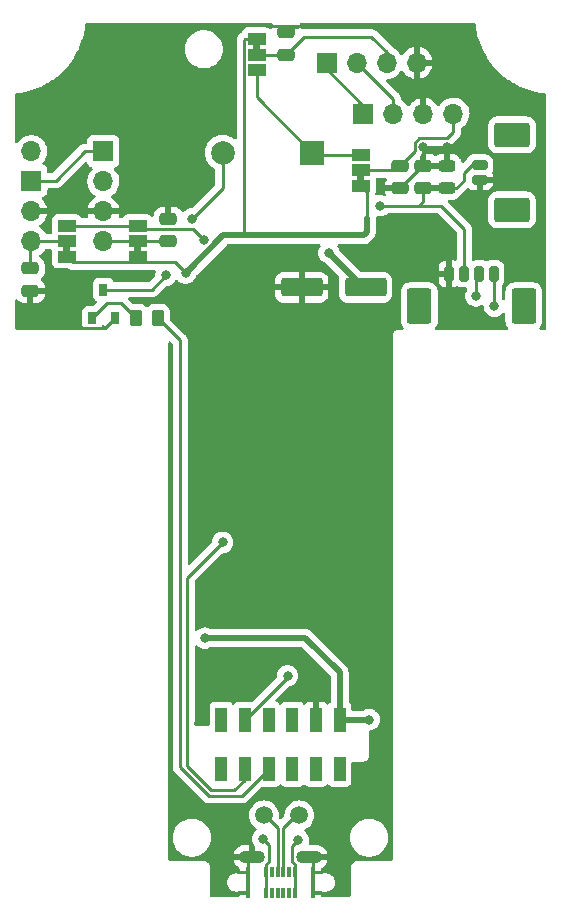
<source format=gbr>
%TF.GenerationSoftware,KiCad,Pcbnew,6.0.2+dfsg-1*%
%TF.CreationDate,2022-11-26T14:15:52-05:00*%
%TF.ProjectId,vindick,76696e64-6963-46b2-9e6b-696361645f70,rev?*%
%TF.SameCoordinates,Original*%
%TF.FileFunction,Copper,L1,Top*%
%TF.FilePolarity,Positive*%
%FSLAX46Y46*%
G04 Gerber Fmt 4.6, Leading zero omitted, Abs format (unit mm)*
G04 Created by KiCad (PCBNEW 6.0.2+dfsg-1) date 2022-11-26 14:15:52*
%MOMM*%
%LPD*%
G01*
G04 APERTURE LIST*
G04 Aperture macros list*
%AMRoundRect*
0 Rectangle with rounded corners*
0 $1 Rounding radius*
0 $2 $3 $4 $5 $6 $7 $8 $9 X,Y pos of 4 corners*
0 Add a 4 corners polygon primitive as box body*
4,1,4,$2,$3,$4,$5,$6,$7,$8,$9,$2,$3,0*
0 Add four circle primitives for the rounded corners*
1,1,$1+$1,$2,$3*
1,1,$1+$1,$4,$5*
1,1,$1+$1,$6,$7*
1,1,$1+$1,$8,$9*
0 Add four rect primitives between the rounded corners*
20,1,$1+$1,$2,$3,$4,$5,0*
20,1,$1+$1,$4,$5,$6,$7,0*
20,1,$1+$1,$6,$7,$8,$9,0*
20,1,$1+$1,$8,$9,$2,$3,0*%
G04 Aperture macros list end*
%TA.AperFunction,ComponentPad*%
%ADD10R,1.700000X1.700000*%
%TD*%
%TA.AperFunction,ComponentPad*%
%ADD11O,1.700000X1.700000*%
%TD*%
%TA.AperFunction,ComponentPad*%
%ADD12R,2.000000X2.000000*%
%TD*%
%TA.AperFunction,ComponentPad*%
%ADD13C,2.000000*%
%TD*%
%TA.AperFunction,SMDPad,CuDef*%
%ADD14RoundRect,0.250000X0.475000X-0.250000X0.475000X0.250000X-0.475000X0.250000X-0.475000X-0.250000X0*%
%TD*%
%TA.AperFunction,SMDPad,CuDef*%
%ADD15RoundRect,0.250000X1.500000X0.550000X-1.500000X0.550000X-1.500000X-0.550000X1.500000X-0.550000X0*%
%TD*%
%TA.AperFunction,SMDPad,CuDef*%
%ADD16RoundRect,0.243750X0.456250X-0.243750X0.456250X0.243750X-0.456250X0.243750X-0.456250X-0.243750X0*%
%TD*%
%TA.AperFunction,SMDPad,CuDef*%
%ADD17RoundRect,0.249999X-0.262501X-0.450001X0.262501X-0.450001X0.262501X0.450001X-0.262501X0.450001X0*%
%TD*%
%TA.AperFunction,SMDPad,CuDef*%
%ADD18C,1.500000*%
%TD*%
%TA.AperFunction,SMDPad,CuDef*%
%ADD19R,1.500000X1.000000*%
%TD*%
%TA.AperFunction,SMDPad,CuDef*%
%ADD20RoundRect,0.250000X-0.475000X0.250000X-0.475000X-0.250000X0.475000X-0.250000X0.475000X0.250000X0*%
%TD*%
%TA.AperFunction,ConnectorPad*%
%ADD21R,1.000000X2.000000*%
%TD*%
%TA.AperFunction,SMDPad,CuDef*%
%ADD22R,0.300000X0.870000*%
%TD*%
%TA.AperFunction,ComponentPad*%
%ADD23O,2.200000X1.100000*%
%TD*%
%TA.AperFunction,SMDPad,CuDef*%
%ADD24RoundRect,0.200000X0.450000X-0.200000X0.450000X0.200000X-0.450000X0.200000X-0.450000X-0.200000X0*%
%TD*%
%TA.AperFunction,SMDPad,CuDef*%
%ADD25RoundRect,0.250000X1.250000X-0.800000X1.250000X0.800000X-1.250000X0.800000X-1.250000X-0.800000X0*%
%TD*%
%TA.AperFunction,SMDPad,CuDef*%
%ADD26RoundRect,0.200000X-0.200000X-0.450000X0.200000X-0.450000X0.200000X0.450000X-0.200000X0.450000X0*%
%TD*%
%TA.AperFunction,SMDPad,CuDef*%
%ADD27RoundRect,0.250000X-0.800000X-1.250000X0.800000X-1.250000X0.800000X1.250000X-0.800000X1.250000X0*%
%TD*%
%TA.AperFunction,SMDPad,CuDef*%
%ADD28R,0.700000X1.000000*%
%TD*%
%TA.AperFunction,ViaPad*%
%ADD29C,0.800000*%
%TD*%
%TA.AperFunction,Conductor*%
%ADD30C,0.250000*%
%TD*%
%TA.AperFunction,Conductor*%
%ADD31C,0.500000*%
%TD*%
G04 APERTURE END LIST*
%TO.C,JP1*%
G36*
X42100000Y-76400000D02*
G01*
X41500000Y-76400000D01*
X41500000Y-75900000D01*
X42100000Y-75900000D01*
X42100000Y-76400000D01*
G37*
%TO.C,JP2*%
G36*
X48100000Y-76400000D02*
G01*
X47500000Y-76400000D01*
X47500000Y-75900000D01*
X48100000Y-75900000D01*
X48100000Y-76400000D01*
G37*
%TO.C,JP3*%
G36*
X67000000Y-70400000D02*
G01*
X66400000Y-70400000D01*
X66400000Y-69900000D01*
X67000000Y-69900000D01*
X67000000Y-70400000D01*
G37*
%TO.C,JP4*%
G36*
X58200000Y-59300000D02*
G01*
X57600000Y-59300000D01*
X57600000Y-58800000D01*
X58200000Y-58800000D01*
X58200000Y-59300000D01*
G37*
%TD*%
D10*
%TO.P,I2C1,1,Pin_1*%
%TO.N,/SDA*%
X38800000Y-70380000D03*
D11*
%TO.P,I2C1,2,Pin_2*%
%TO.N,/SCL*%
X38800000Y-67880000D03*
%TO.P,I2C1,3,Pin_3*%
%TO.N,GND*%
X38800000Y-72960000D03*
%TO.P,I2C1,4,Pin_4*%
%TO.N,Net-(C1-Pad1)*%
X38800000Y-75500000D03*
%TD*%
D12*
%TO.P,BZ1,1,-*%
%TO.N,VBUS*%
X62600000Y-68000000D03*
D13*
%TO.P,BZ1,2,+*%
%TO.N,Net-(BZ1-Pad2)*%
X55000000Y-68000000D03*
%TD*%
D14*
%TO.P,C7,1*%
%TO.N,VBUS*%
X72000000Y-71000000D03*
%TO.P,C7,2*%
%TO.N,GND*%
X72000000Y-69100000D03*
%TD*%
D15*
%TO.P,C8,1*%
%TO.N,VBUS*%
X67100000Y-79400000D03*
%TO.P,C8,2*%
%TO.N,GND*%
X61700000Y-79400000D03*
%TD*%
D16*
%TO.P,D1,1,K*%
%TO.N,VBUS*%
X74000000Y-71000000D03*
%TO.P,D1,2,A*%
%TO.N,GND*%
X74000000Y-69125000D03*
%TD*%
D17*
%TO.P,R1,1*%
%TO.N,Net-(Q1-Pad1)*%
X47675000Y-82000000D03*
%TO.P,R1,2*%
%TO.N,/BUZZ*%
X49500000Y-82000000D03*
%TD*%
D18*
%TO.P,D+1,1,1*%
%TO.N,/D+*%
X58500000Y-124100000D03*
%TD*%
%TO.P,D-1,1,1*%
%TO.N,/D-*%
X61500000Y-124100000D03*
%TD*%
D19*
%TO.P,JP1,1,A*%
%TO.N,+3V3*%
X41800000Y-76800000D03*
%TO.P,JP1,2,C*%
%TO.N,Net-(C1-Pad1)*%
X41800000Y-75500000D03*
%TO.P,JP1,3,B*%
%TO.N,VBUS*%
X41800000Y-74200000D03*
%TD*%
%TO.P,JP2,1,A*%
%TO.N,+3V3*%
X47800000Y-76800000D03*
%TO.P,JP2,2,C*%
%TO.N,Net-(C4-Pad1)*%
X47800000Y-75500000D03*
%TO.P,JP2,3,B*%
%TO.N,VBUS*%
X47800000Y-74200000D03*
%TD*%
%TO.P,JP3,1,A*%
%TO.N,+3V3*%
X66700000Y-70800000D03*
%TO.P,JP3,2,C*%
%TO.N,Net-(C6-Pad1)*%
X66700000Y-69500000D03*
%TO.P,JP3,3,B*%
%TO.N,VBUS*%
X66700000Y-68200000D03*
%TD*%
%TO.P,JP4,1,A*%
%TO.N,+3V3*%
X57900000Y-58400000D03*
%TO.P,JP4,2,C*%
%TO.N,Net-(C9-Pad1)*%
X57900000Y-59700000D03*
%TO.P,JP4,3,B*%
%TO.N,VBUS*%
X57900000Y-61000000D03*
%TD*%
D20*
%TO.P,C6,1*%
%TO.N,Net-(C6-Pad1)*%
X70000000Y-69100000D03*
%TO.P,C6,2*%
%TO.N,GND*%
X70000000Y-71000000D03*
%TD*%
D14*
%TO.P,C9,1*%
%TO.N,Net-(C9-Pad1)*%
X60400000Y-59700000D03*
%TO.P,C9,2*%
%TO.N,GND*%
X60400000Y-57800000D03*
%TD*%
D20*
%TO.P,C1,1*%
%TO.N,Net-(C1-Pad1)*%
X38700000Y-77800000D03*
%TO.P,C1,2*%
%TO.N,GND*%
X38700000Y-79700000D03*
%TD*%
D14*
%TO.P,C4,1*%
%TO.N,Net-(C4-Pad1)*%
X50400000Y-75500000D03*
%TO.P,C4,2*%
%TO.N,GND*%
X50400000Y-73600000D03*
%TD*%
D21*
%TO.P,J3,1,Pin_1*%
%TO.N,unconnected-(J3-Pad1)*%
X64900000Y-120200000D03*
%TO.P,J3,2,Pin_2*%
%TO.N,unconnected-(J3-Pad2)*%
X62900000Y-120200000D03*
%TO.P,J3,3,Pin_3*%
%TO.N,unconnected-(J3-Pad3)*%
X60900000Y-120200000D03*
%TO.P,J3,4,Pin_4*%
%TO.N,/BUZZ*%
X58900000Y-120200000D03*
%TO.P,J3,5,Pin_5*%
%TO.N,/LIGHT*%
X56900000Y-120200000D03*
%TO.P,J3,6,Pin_6*%
%TO.N,+3V3*%
X54900000Y-120200000D03*
%TD*%
%TO.P,J2,1,Pin_1*%
%TO.N,VBUS*%
X64900000Y-116000000D03*
%TO.P,J2,2,Pin_2*%
%TO.N,GND*%
X62900000Y-116000000D03*
%TO.P,J2,3,Pin_3*%
%TO.N,/TXD*%
X60900000Y-116000000D03*
%TO.P,J2,4,Pin_4*%
%TO.N,/RXD*%
X58900000Y-116000000D03*
%TO.P,J2,5,Pin_5*%
%TO.N,/SDA*%
X56900000Y-116000000D03*
%TO.P,J2,6,Pin_6*%
%TO.N,/SCL*%
X54900000Y-116000000D03*
%TD*%
D22*
%TO.P,J1,A1,GND_A*%
%TO.N,GND*%
X57150000Y-128935000D03*
%TO.P,J1,A4,VBUS_A*%
%TO.N,VBUS*%
X58650000Y-128935000D03*
%TO.P,J1,A5,CC1*%
%TO.N,unconnected-(J1-PadA5)*%
X59150000Y-128935000D03*
%TO.P,J1,A6,D1+*%
%TO.N,/D+*%
X59650000Y-128935000D03*
%TO.P,J1,A7,D1-*%
%TO.N,/D-*%
X60150000Y-128935000D03*
%TO.P,J1,A8,SBU1*%
%TO.N,unconnected-(J1-PadA8)*%
X60650000Y-128935000D03*
%TO.P,J1,A9,VBUS_A*%
%TO.N,VBUS*%
X61150000Y-128935000D03*
%TO.P,J1,A12,GND_A*%
%TO.N,GND*%
X62650000Y-128935000D03*
%TO.P,J1,B1,GND_B*%
X62650000Y-130665000D03*
%TO.P,J1,B4,VBUS_B*%
%TO.N,VBUS*%
X61150000Y-130665000D03*
%TO.P,J1,B5,CC2*%
%TO.N,unconnected-(J1-PadB5)*%
X60650000Y-130665000D03*
%TO.P,J1,B6,D2+*%
%TO.N,/D+*%
X60150000Y-130665000D03*
%TO.P,J1,B7,D2-*%
%TO.N,/D-*%
X59650000Y-130665000D03*
%TO.P,J1,B8,SBU2*%
%TO.N,unconnected-(J1-PadB8)*%
X59150000Y-130665000D03*
%TO.P,J1,B9,VBUS_B*%
%TO.N,VBUS*%
X58650000Y-130665000D03*
%TO.P,J1,B12,GND_B*%
%TO.N,GND*%
X57150000Y-130665000D03*
D23*
%TO.P,J1,S1,SHIELD*%
X57500000Y-127650000D03*
%TO.P,J1,S3,SHIELD*%
X62300000Y-127650000D03*
%TD*%
D24*
%TO.P,FAN1,1,Pin_1*%
%TO.N,GND*%
X76750000Y-70300000D03*
%TO.P,FAN1,2,Pin_2*%
%TO.N,VBUS*%
X76750000Y-69050000D03*
D25*
%TO.P,FAN1,MP*%
%TO.N,N/C*%
X79500000Y-66500000D03*
X79500000Y-72850000D03*
%TD*%
D26*
%TO.P,J5,1,Pin_1*%
%TO.N,GND*%
X74200000Y-78250000D03*
%TO.P,J5,2,Pin_2*%
%TO.N,VBUS*%
X75450000Y-78250000D03*
%TO.P,J5,3,Pin_3*%
%TO.N,/RXD*%
X76700000Y-78250000D03*
%TO.P,J5,4,Pin_4*%
%TO.N,/TXD*%
X77950000Y-78250000D03*
D27*
%TO.P,J5,MP*%
%TO.N,N/C*%
X71650000Y-81000000D03*
X80500000Y-81000000D03*
%TD*%
D28*
%TO.P,Q1,1,B*%
%TO.N,Net-(Q1-Pad1)*%
X43950000Y-82000000D03*
%TO.P,Q1,2,E*%
%TO.N,GND*%
X45850000Y-82000000D03*
%TO.P,Q1,3,C*%
%TO.N,Net-(BZ1-Pad2)*%
X44900000Y-79600000D03*
%TD*%
D10*
%TO.P,I2C2,1,Pin_1*%
%TO.N,/SDA*%
X44900000Y-67900000D03*
D11*
%TO.P,I2C2,2,Pin_2*%
%TO.N,/SCL*%
X44900000Y-70440000D03*
%TO.P,I2C2,3,Pin_3*%
%TO.N,GND*%
X44900000Y-72980000D03*
%TO.P,I2C2,4,Pin_4*%
%TO.N,Net-(C4-Pad1)*%
X44900000Y-75520000D03*
%TD*%
D10*
%TO.P,I2C3,1,Pin_1*%
%TO.N,/SDA*%
X66920000Y-64700000D03*
D11*
%TO.P,I2C3,2,Pin_2*%
%TO.N,/SCL*%
X69460000Y-64700000D03*
%TO.P,I2C3,3,Pin_3*%
%TO.N,GND*%
X72000000Y-64700000D03*
%TO.P,I2C3,4,Pin_4*%
%TO.N,Net-(C6-Pad1)*%
X74540000Y-64700000D03*
%TD*%
D10*
%TO.P,I2C4,1,Pin_1*%
%TO.N,/SDA*%
X63800000Y-60400000D03*
D11*
%TO.P,I2C4,2,Pin_2*%
%TO.N,/SCL*%
X66340000Y-60400000D03*
%TO.P,I2C4,3,Pin_3*%
%TO.N,GND*%
X71420000Y-60400000D03*
%TO.P,I2C4,4,Pin_4*%
%TO.N,Net-(C9-Pad1)*%
X68880000Y-60400000D03*
%TD*%
D29*
%TO.N,Net-(BZ1-Pad2)*%
X52400000Y-73600000D03*
X50200000Y-78400000D03*
%TO.N,VBUS*%
X58387347Y-126112653D03*
X53427227Y-75427227D03*
X61417654Y-126207652D03*
X64000000Y-76500000D03*
X68299998Y-72500000D03*
X53500000Y-109100000D03*
X67399998Y-116000000D03*
%TO.N,GND*%
X61500000Y-110500000D03*
X62000000Y-77500000D03*
X72100000Y-76900000D03*
X81500000Y-75500000D03*
X61500000Y-98500000D03*
X39500000Y-82000000D03*
X58000000Y-113000000D03*
X72000000Y-67500000D03*
X74000000Y-67500000D03*
X56500000Y-113000000D03*
X79500000Y-75500000D03*
X77000000Y-67500000D03*
X42000000Y-82000000D03*
X77000000Y-75500000D03*
X64000000Y-107800000D03*
X72200000Y-75300000D03*
X60000000Y-100500000D03*
X60000000Y-90000000D03*
X67800000Y-114100000D03*
X63000000Y-81500000D03*
X61500000Y-88000000D03*
%TO.N,+3V3*%
X51869933Y-78186604D03*
%TO.N,/TXD*%
X78000000Y-81000000D03*
%TO.N,/LIGHT*%
X55000000Y-101000000D03*
%TO.N,/SDA*%
X60500000Y-112300000D03*
%TO.N,/RXD*%
X76454000Y-80137000D03*
%TD*%
D30*
%TO.N,/SDA*%
X44900000Y-67900000D02*
X43352000Y-67900000D01*
X40872000Y-70380000D02*
X38800000Y-70380000D01*
X43352000Y-67900000D02*
X40872000Y-70380000D01*
%TO.N,/RXD*%
X76454000Y-80137000D02*
X76454000Y-77871000D01*
X76454000Y-77871000D02*
X76525000Y-77800000D01*
%TO.N,Net-(BZ1-Pad2)*%
X55000000Y-71000000D02*
X55000000Y-68000000D01*
X52400000Y-73600000D02*
X55000000Y-71000000D01*
X49000000Y-79600000D02*
X50200000Y-78400000D01*
X44900000Y-79600000D02*
X49000000Y-79600000D01*
D31*
%TO.N,VBUS*%
X66900000Y-79400000D02*
X64000000Y-76500000D01*
D30*
X61150000Y-128287451D02*
X60874990Y-128012441D01*
X71600000Y-72500000D02*
X72000000Y-72100000D01*
X58650000Y-128935000D02*
X58650000Y-128287451D01*
X72000000Y-72100000D02*
X72000000Y-71000000D01*
D31*
X64900000Y-116000000D02*
X67399998Y-116000000D01*
D30*
X58925010Y-126650316D02*
X58387347Y-126112653D01*
D31*
X64900000Y-116000000D02*
X64900000Y-112000000D01*
D30*
X74000000Y-71000000D02*
X74800000Y-71000000D01*
X58650000Y-128287451D02*
X58925010Y-128012441D01*
X58650000Y-130665000D02*
X58650000Y-128935000D01*
X75400000Y-70400000D02*
X75400000Y-69750000D01*
X75400000Y-69750000D02*
X76100000Y-69050000D01*
X57900000Y-61000000D02*
X57900000Y-63300000D01*
X74800000Y-71000000D02*
X75400000Y-70400000D01*
X73500000Y-72500000D02*
X75450000Y-74450000D01*
X48100000Y-74500000D02*
X47800000Y-74200000D01*
D31*
X72000000Y-71000000D02*
X74000000Y-71000000D01*
D30*
X41800000Y-74200000D02*
X47800000Y-74200000D01*
D31*
X62000000Y-109100000D02*
X53500000Y-109100000D01*
D30*
X53427227Y-75427227D02*
X52500000Y-74500000D01*
X66700000Y-68200000D02*
X62800000Y-68200000D01*
X62800000Y-68200000D02*
X62600000Y-68000000D01*
X60874990Y-128012441D02*
X60874990Y-126750316D01*
X61150000Y-128935000D02*
X61150000Y-128287451D01*
X58925010Y-128012441D02*
X58925010Y-126650316D01*
X75450000Y-77550000D02*
X75450000Y-76984311D01*
X76100000Y-69050000D02*
X76750000Y-69050000D01*
X75450000Y-78250000D02*
X75450000Y-77550000D01*
X60874990Y-126750316D02*
X61417654Y-126207652D01*
X52500000Y-74500000D02*
X48100000Y-74500000D01*
D31*
X67100000Y-79400000D02*
X66900000Y-79400000D01*
X64900000Y-112000000D02*
X62000000Y-109100000D01*
D30*
X70500000Y-72500000D02*
X68299998Y-72500000D01*
X57900000Y-63300000D02*
X62600000Y-68000000D01*
X61150000Y-130665000D02*
X61150000Y-128935000D01*
X75450000Y-74450000D02*
X75450000Y-77550000D01*
X71600000Y-72500000D02*
X73500000Y-72500000D01*
X68299998Y-72500000D02*
X71600000Y-72500000D01*
%TO.N,GND*%
X60800000Y-57400000D02*
X61300000Y-57400000D01*
X61300000Y-57400000D02*
X61400000Y-57300000D01*
X71900000Y-69100000D02*
X72000000Y-69100000D01*
X57150000Y-128935000D02*
X57150000Y-128000000D01*
X60400000Y-57800000D02*
X60800000Y-57400000D01*
X61400000Y-57300000D02*
X62700000Y-57300000D01*
X57150000Y-128000000D02*
X57500000Y-127650000D01*
D31*
X62900000Y-116000000D02*
X62900000Y-111900000D01*
X62900000Y-111900000D02*
X61500000Y-110500000D01*
D30*
X45850000Y-82000000D02*
X45024999Y-82825001D01*
X62700000Y-57300000D02*
X58700000Y-57300000D01*
X45024999Y-82825001D02*
X42825001Y-82825001D01*
X42825001Y-82825001D02*
X42000000Y-82000000D01*
X62650000Y-128000000D02*
X62300000Y-127650000D01*
X62650000Y-130665000D02*
X62650000Y-128935000D01*
X70000000Y-71000000D02*
X71900000Y-69100000D01*
X62650000Y-128935000D02*
X62650000Y-128000000D01*
%TO.N,+3V3*%
X51869933Y-78186604D02*
X51283329Y-77600000D01*
X56900000Y-58400000D02*
X56824999Y-58475001D01*
X42300000Y-77300000D02*
X41800000Y-76800000D01*
D31*
X57100000Y-75000000D02*
X58000000Y-75000000D01*
D30*
X47800000Y-77300000D02*
X42300000Y-77300000D01*
X51283329Y-77600000D02*
X51283329Y-77583329D01*
X47800000Y-77000000D02*
X47800000Y-77300000D01*
X56824999Y-74724999D02*
X57100000Y-75000000D01*
D31*
X55056537Y-75000000D02*
X57100000Y-75000000D01*
D30*
X51283329Y-77583329D02*
X51000000Y-77300000D01*
X67200000Y-73500000D02*
X67200000Y-71300000D01*
D31*
X51869933Y-78186604D02*
X55056537Y-75000000D01*
D30*
X67200000Y-71300000D02*
X66700000Y-70800000D01*
D31*
X58000000Y-75000000D02*
X66950000Y-75000000D01*
D30*
X51000000Y-77300000D02*
X47800000Y-77300000D01*
X56824999Y-58475001D02*
X56824999Y-74724999D01*
X47800000Y-76800000D02*
X47800000Y-77000000D01*
X57900000Y-58400000D02*
X56900000Y-58400000D01*
D31*
X67200000Y-74750000D02*
X67200000Y-73500000D01*
X66950000Y-75000000D02*
X67200000Y-74750000D01*
D30*
%TO.N,/TXD*%
X78000000Y-78025000D02*
X77775000Y-77800000D01*
X78000000Y-81000000D02*
X78000000Y-78025000D01*
%TO.N,Net-(Q1-Pad1)*%
X47675000Y-82000000D02*
X46375000Y-80700000D01*
X46375000Y-80700000D02*
X45250000Y-80700000D01*
X45250000Y-80700000D02*
X43950000Y-82000000D01*
%TO.N,/LIGHT*%
X56900000Y-121100000D02*
X56000000Y-122000000D01*
X54000000Y-122000000D02*
X51974990Y-119974990D01*
X52000000Y-104000000D02*
X55000000Y-101000000D01*
X51974990Y-119974990D02*
X51974990Y-116025010D01*
X56900000Y-120200000D02*
X56900000Y-121100000D01*
X51974990Y-116025010D02*
X52000000Y-116000000D01*
X52000000Y-116000000D02*
X52000000Y-104000000D01*
X56000000Y-122000000D02*
X54000000Y-122000000D01*
%TO.N,/SCL*%
X44880000Y-70420000D02*
X44900000Y-70440000D01*
X69460000Y-64700000D02*
X69460000Y-63460000D01*
X66400000Y-60400000D02*
X66340000Y-60400000D01*
X69460000Y-63460000D02*
X66400000Y-60400000D01*
%TO.N,/SDA*%
X56900000Y-116000000D02*
X60500000Y-112400000D01*
X60500000Y-112400000D02*
X60500000Y-112300000D01*
X66920000Y-64020000D02*
X63800000Y-60900000D01*
X66920000Y-64700000D02*
X66920000Y-64020000D01*
X63800000Y-60900000D02*
X63800000Y-60400000D01*
X44880000Y-67880000D02*
X44900000Y-67900000D01*
%TO.N,/BUZZ*%
X58900000Y-120200000D02*
X56649991Y-122450009D01*
X51400000Y-120036410D02*
X51400000Y-83900000D01*
X51400000Y-83900000D02*
X49500000Y-82000000D01*
X56649991Y-122450009D02*
X53813599Y-122450009D01*
X53813599Y-122450009D02*
X51400000Y-120036410D01*
%TO.N,Net-(C6-Pad1)*%
X71274999Y-67825001D02*
X71274999Y-67151999D01*
X74540000Y-66260000D02*
X74540000Y-64700000D01*
X71651999Y-66774999D02*
X74025001Y-66774999D01*
X71274999Y-67151999D02*
X71651999Y-66774999D01*
X70000000Y-69100000D02*
X71274999Y-67825001D01*
X69600000Y-69500000D02*
X70000000Y-69100000D01*
X66700000Y-69500000D02*
X69600000Y-69500000D01*
X74025001Y-66774999D02*
X74540000Y-66260000D01*
%TO.N,Net-(C1-Pad1)*%
X38700000Y-77800000D02*
X38700000Y-75600000D01*
X38700000Y-75600000D02*
X38800000Y-75500000D01*
X41800000Y-75500000D02*
X38800000Y-75500000D01*
%TO.N,Net-(C4-Pad1)*%
X44920000Y-75500000D02*
X44900000Y-75520000D01*
X47800000Y-75500000D02*
X44920000Y-75500000D01*
X50400000Y-75500000D02*
X47800000Y-75500000D01*
%TO.N,Net-(C9-Pad1)*%
X60400000Y-59700000D02*
X61900000Y-58200000D01*
X68880000Y-59482000D02*
X68880000Y-60400000D01*
X67598000Y-58200000D02*
X68880000Y-59482000D01*
X61900000Y-58200000D02*
X67598000Y-58200000D01*
X57900000Y-59700000D02*
X60400000Y-59700000D01*
%TO.N,/D+*%
X58500000Y-124100000D02*
X58600000Y-124100000D01*
X59650000Y-125150000D02*
X59650000Y-125466570D01*
X58600000Y-124100000D02*
X59650000Y-125150000D01*
X59650000Y-125466570D02*
X59650000Y-128935000D01*
%TO.N,/D-*%
X61200000Y-124100000D02*
X61500000Y-124100000D01*
X60150000Y-125150000D02*
X61200000Y-124100000D01*
X60150000Y-128935000D02*
X60150000Y-125150000D01*
%TD*%
%TA.AperFunction,Conductor*%
%TO.N,GND*%
G36*
X71532416Y-73134027D02*
G01*
X71539909Y-73135702D01*
X71547835Y-73135453D01*
X71547836Y-73135453D01*
X71607986Y-73133562D01*
X71611945Y-73133500D01*
X73185406Y-73133500D01*
X73253527Y-73153502D01*
X73274501Y-73170405D01*
X74779595Y-74675499D01*
X74813621Y-74737811D01*
X74816500Y-74764594D01*
X74816500Y-77017008D01*
X74796498Y-77085129D01*
X74742842Y-77131622D01*
X74672568Y-77141726D01*
X74652821Y-77137242D01*
X74536356Y-77100744D01*
X74523306Y-77098131D01*
X74468414Y-77093087D01*
X74456876Y-77096475D01*
X74455671Y-77097865D01*
X74454000Y-77105548D01*
X74454000Y-79389884D01*
X74458475Y-79405123D01*
X74459865Y-79406328D01*
X74464294Y-79407291D01*
X74523315Y-79401868D01*
X74536351Y-79399257D01*
X74686243Y-79352285D01*
X74699992Y-79346077D01*
X74759247Y-79310191D01*
X74827876Y-79292012D01*
X74889788Y-79310191D01*
X74956301Y-79350472D01*
X74963548Y-79352743D01*
X74963550Y-79352744D01*
X75029836Y-79373517D01*
X75119938Y-79401753D01*
X75193365Y-79408500D01*
X75207972Y-79408500D01*
X75607700Y-79408499D01*
X75675819Y-79428501D01*
X75722313Y-79482156D01*
X75732417Y-79552430D01*
X75713441Y-79599179D01*
X75714960Y-79600056D01*
X75659365Y-79696350D01*
X75619473Y-79765444D01*
X75560458Y-79947072D01*
X75559768Y-79953633D01*
X75559768Y-79953635D01*
X75543050Y-80112704D01*
X75540496Y-80137000D01*
X75541186Y-80143565D01*
X75559254Y-80315468D01*
X75560458Y-80326928D01*
X75619473Y-80508556D01*
X75714960Y-80673944D01*
X75719378Y-80678851D01*
X75719379Y-80678852D01*
X75830048Y-80801762D01*
X75842747Y-80815866D01*
X75897410Y-80855581D01*
X75980696Y-80916092D01*
X75997248Y-80928118D01*
X76003276Y-80930802D01*
X76003278Y-80930803D01*
X76165681Y-81003109D01*
X76171712Y-81005794D01*
X76265112Y-81025647D01*
X76352056Y-81044128D01*
X76352061Y-81044128D01*
X76358513Y-81045500D01*
X76549487Y-81045500D01*
X76555939Y-81044128D01*
X76555944Y-81044128D01*
X76642888Y-81025647D01*
X76736288Y-81005794D01*
X76746991Y-81001029D01*
X76910752Y-80928118D01*
X76911715Y-80930282D01*
X76970204Y-80916092D01*
X77037296Y-80939311D01*
X77081184Y-80995117D01*
X77089521Y-81028777D01*
X77106458Y-81189928D01*
X77165473Y-81371556D01*
X77168776Y-81377278D01*
X77168777Y-81377279D01*
X77202686Y-81436010D01*
X77260960Y-81536944D01*
X77388747Y-81678866D01*
X77543248Y-81791118D01*
X77549276Y-81793802D01*
X77549278Y-81793803D01*
X77711681Y-81866109D01*
X77717712Y-81868794D01*
X77811113Y-81888647D01*
X77898056Y-81907128D01*
X77898061Y-81907128D01*
X77904513Y-81908500D01*
X78095487Y-81908500D01*
X78101939Y-81907128D01*
X78101944Y-81907128D01*
X78188887Y-81888647D01*
X78282288Y-81868794D01*
X78288319Y-81866109D01*
X78450722Y-81793803D01*
X78450724Y-81793802D01*
X78456752Y-81791118D01*
X78611253Y-81678866D01*
X78721864Y-81556020D01*
X78782310Y-81518780D01*
X78853294Y-81520132D01*
X78912278Y-81559645D01*
X78940536Y-81624776D01*
X78941500Y-81640330D01*
X78941500Y-82300400D01*
X78952474Y-82406166D01*
X79008450Y-82573946D01*
X79101522Y-82724348D01*
X79106704Y-82729521D01*
X79106708Y-82729526D01*
X79154092Y-82776827D01*
X79188172Y-82839109D01*
X79183169Y-82909929D01*
X79140672Y-82966802D01*
X79074174Y-82991671D01*
X79065075Y-82992000D01*
X73084892Y-82992000D01*
X73016771Y-82971998D01*
X72970278Y-82918342D01*
X72960174Y-82848068D01*
X72989668Y-82783488D01*
X72995719Y-82776982D01*
X73044134Y-82728483D01*
X73049305Y-82723303D01*
X73114391Y-82617715D01*
X73138275Y-82578968D01*
X73138276Y-82578966D01*
X73142115Y-82572738D01*
X73197797Y-82404861D01*
X73208500Y-82300400D01*
X73208500Y-79699600D01*
X73205648Y-79672115D01*
X73198238Y-79600692D01*
X73198237Y-79600688D01*
X73197526Y-79593834D01*
X73183713Y-79552430D01*
X73143868Y-79433002D01*
X73141550Y-79426054D01*
X73048478Y-79275652D01*
X73028661Y-79255869D01*
X72928483Y-79155866D01*
X72923303Y-79150695D01*
X72917072Y-79146854D01*
X72778968Y-79061725D01*
X72778966Y-79061724D01*
X72772738Y-79057885D01*
X72692995Y-79031436D01*
X72611389Y-79004368D01*
X72611387Y-79004368D01*
X72604861Y-79002203D01*
X72598025Y-79001503D01*
X72598022Y-79001502D01*
X72554969Y-78997091D01*
X72500400Y-78991500D01*
X70799600Y-78991500D01*
X70796354Y-78991837D01*
X70796350Y-78991837D01*
X70700692Y-79001762D01*
X70700688Y-79001763D01*
X70693834Y-79002474D01*
X70687298Y-79004655D01*
X70687296Y-79004655D01*
X70555971Y-79048469D01*
X70526054Y-79058450D01*
X70375652Y-79151522D01*
X70250695Y-79276697D01*
X70246855Y-79282927D01*
X70246854Y-79282928D01*
X70169451Y-79408499D01*
X70157885Y-79427262D01*
X70102203Y-79595139D01*
X70091500Y-79699600D01*
X70091500Y-82300400D01*
X70102474Y-82406166D01*
X70158450Y-82573946D01*
X70251522Y-82724348D01*
X70256704Y-82729521D01*
X70256708Y-82729526D01*
X70304092Y-82776827D01*
X70338172Y-82839109D01*
X70333169Y-82909929D01*
X70290672Y-82966802D01*
X70224174Y-82991671D01*
X70215075Y-82992000D01*
X69908702Y-82992000D01*
X69907932Y-82991998D01*
X69907078Y-82991993D01*
X69830348Y-82991524D01*
X69821719Y-82993990D01*
X69821714Y-82993991D01*
X69801952Y-82999639D01*
X69785191Y-83003217D01*
X69764848Y-83006130D01*
X69764838Y-83006133D01*
X69755955Y-83007405D01*
X69732605Y-83018021D01*
X69715093Y-83024464D01*
X69702200Y-83028149D01*
X69690435Y-83031512D01*
X69665452Y-83047274D01*
X69650386Y-83055404D01*
X69623490Y-83067633D01*
X69604061Y-83084374D01*
X69589053Y-83095479D01*
X69567369Y-83109160D01*
X69561427Y-83115888D01*
X69547819Y-83131296D01*
X69535627Y-83143340D01*
X69513253Y-83162619D01*
X69508374Y-83170147D01*
X69508371Y-83170150D01*
X69499304Y-83184139D01*
X69488014Y-83199013D01*
X69471044Y-83218228D01*
X69458490Y-83244966D01*
X69450176Y-83259935D01*
X69434107Y-83284727D01*
X69431535Y-83293327D01*
X69426761Y-83309290D01*
X69420099Y-83326736D01*
X69409201Y-83349948D01*
X69407820Y-83358821D01*
X69404658Y-83379128D01*
X69400874Y-83395849D01*
X69394986Y-83415536D01*
X69394985Y-83415539D01*
X69392413Y-83424141D01*
X69392358Y-83433116D01*
X69392358Y-83433117D01*
X69392203Y-83458546D01*
X69392170Y-83459328D01*
X69392000Y-83460423D01*
X69392000Y-83491298D01*
X69391998Y-83492068D01*
X69391524Y-83569652D01*
X69391908Y-83570996D01*
X69392000Y-83572341D01*
X69392000Y-127866000D01*
X69371998Y-127934121D01*
X69318342Y-127980614D01*
X69266000Y-127992000D01*
X66408702Y-127992000D01*
X66407932Y-127991998D01*
X66407078Y-127991993D01*
X66330348Y-127991524D01*
X66321719Y-127993990D01*
X66321714Y-127993991D01*
X66301952Y-127999639D01*
X66285191Y-128003217D01*
X66264848Y-128006130D01*
X66264838Y-128006133D01*
X66255955Y-128007405D01*
X66232605Y-128018021D01*
X66215093Y-128024464D01*
X66207057Y-128026761D01*
X66190435Y-128031512D01*
X66165452Y-128047274D01*
X66150386Y-128055404D01*
X66123490Y-128067633D01*
X66104061Y-128084374D01*
X66089053Y-128095479D01*
X66067369Y-128109160D01*
X66061427Y-128115888D01*
X66047819Y-128131296D01*
X66035627Y-128143340D01*
X66013253Y-128162619D01*
X66008374Y-128170147D01*
X66008371Y-128170150D01*
X65999304Y-128184139D01*
X65988014Y-128199013D01*
X65971044Y-128218228D01*
X65958490Y-128244966D01*
X65950176Y-128259935D01*
X65934107Y-128284727D01*
X65931535Y-128293327D01*
X65926761Y-128309290D01*
X65920099Y-128326736D01*
X65909201Y-128349948D01*
X65904658Y-128379128D01*
X65900874Y-128395849D01*
X65894986Y-128415536D01*
X65894985Y-128415539D01*
X65892413Y-128424141D01*
X65892244Y-128451866D01*
X65892203Y-128458546D01*
X65892170Y-128459328D01*
X65892000Y-128460423D01*
X65892000Y-128491298D01*
X65891998Y-128492068D01*
X65891524Y-128569652D01*
X65891908Y-128570996D01*
X65892000Y-128572341D01*
X65892000Y-130866000D01*
X65871998Y-130934121D01*
X65818342Y-130980614D01*
X65766000Y-130992000D01*
X63434000Y-130992000D01*
X63365879Y-130971998D01*
X63319386Y-130918342D01*
X63308000Y-130866000D01*
X63308000Y-130833115D01*
X63303525Y-130817876D01*
X63302135Y-130816671D01*
X63294452Y-130815000D01*
X62626000Y-130815000D01*
X62557879Y-130794998D01*
X62511386Y-130741342D01*
X62500000Y-130689000D01*
X62500000Y-129800002D01*
X62776776Y-129800002D01*
X62777465Y-129804812D01*
X62777465Y-129804813D01*
X62777548Y-129805390D01*
X62777547Y-129805399D01*
X62777548Y-129805399D01*
X62781213Y-129830991D01*
X62781879Y-129836499D01*
X62793112Y-129950553D01*
X62794910Y-129956479D01*
X62796117Y-129962550D01*
X62795653Y-129962642D01*
X62800000Y-129991951D01*
X62800000Y-130496885D01*
X62804475Y-130512124D01*
X62805865Y-130513329D01*
X62813548Y-130515000D01*
X63242668Y-130515000D01*
X63279244Y-130520425D01*
X63393525Y-130555092D01*
X63393529Y-130555093D01*
X63399447Y-130556888D01*
X63405608Y-130557495D01*
X63405609Y-130557495D01*
X63496029Y-130566401D01*
X63504579Y-130567540D01*
X63532660Y-130572264D01*
X63532672Y-130572265D01*
X63537463Y-130573071D01*
X63543818Y-130573149D01*
X63545143Y-130573165D01*
X63545147Y-130573165D01*
X63550002Y-130573224D01*
X63576955Y-130569364D01*
X63600677Y-130568421D01*
X63601301Y-130568500D01*
X63693354Y-130568500D01*
X63693354Y-130568550D01*
X63719069Y-130569977D01*
X63737459Y-130573071D01*
X63743597Y-130573146D01*
X63745133Y-130573165D01*
X63745138Y-130573165D01*
X63749998Y-130573224D01*
X63754816Y-130572534D01*
X63754818Y-130572534D01*
X63780987Y-130568787D01*
X63786495Y-130568122D01*
X63894391Y-130557495D01*
X63894392Y-130557495D01*
X63900553Y-130556888D01*
X63906471Y-130555093D01*
X63906475Y-130555092D01*
X64039399Y-130514770D01*
X64039402Y-130514769D01*
X64045322Y-130512973D01*
X64050780Y-130510056D01*
X64050784Y-130510054D01*
X64128862Y-130468320D01*
X64178742Y-130441659D01*
X64295686Y-130345686D01*
X64391659Y-130228742D01*
X64444821Y-130129282D01*
X64460054Y-130100784D01*
X64460056Y-130100780D01*
X64462973Y-130095322D01*
X64478801Y-130043145D01*
X64505092Y-129956475D01*
X64505093Y-129956471D01*
X64506888Y-129950553D01*
X64516401Y-129853964D01*
X64517540Y-129845414D01*
X64519506Y-129833727D01*
X64519507Y-129833722D01*
X64523071Y-129812541D01*
X64523224Y-129800002D01*
X64523224Y-129799998D01*
X64518787Y-129769014D01*
X64518123Y-129763519D01*
X64507495Y-129655610D01*
X64506888Y-129649447D01*
X64499063Y-129623649D01*
X64464770Y-129510601D01*
X64464769Y-129510598D01*
X64462973Y-129504678D01*
X64449952Y-129480316D01*
X64394575Y-129376714D01*
X64391659Y-129371258D01*
X64295686Y-129254314D01*
X64178742Y-129158341D01*
X64083232Y-129107290D01*
X64050784Y-129089946D01*
X64050780Y-129089944D01*
X64045322Y-129087027D01*
X64039402Y-129085231D01*
X64039399Y-129085230D01*
X63906475Y-129044908D01*
X63906471Y-129044907D01*
X63900553Y-129043112D01*
X63894392Y-129042505D01*
X63894391Y-129042505D01*
X63803971Y-129033599D01*
X63795421Y-129032460D01*
X63767340Y-129027736D01*
X63767328Y-129027735D01*
X63762537Y-129026929D01*
X63756182Y-129026851D01*
X63754857Y-129026835D01*
X63754853Y-129026835D01*
X63749998Y-129026776D01*
X63723045Y-129030636D01*
X63699323Y-129031579D01*
X63698699Y-129031500D01*
X63606646Y-129031500D01*
X63606646Y-129031450D01*
X63580931Y-129030023D01*
X63562541Y-129026929D01*
X63556403Y-129026854D01*
X63554867Y-129026835D01*
X63554862Y-129026835D01*
X63550002Y-129026776D01*
X63545184Y-129027466D01*
X63545182Y-129027466D01*
X63519013Y-129031213D01*
X63513505Y-129031878D01*
X63405609Y-129042505D01*
X63405608Y-129042505D01*
X63399447Y-129043112D01*
X63393529Y-129044907D01*
X63393525Y-129044908D01*
X63279244Y-129079575D01*
X63242668Y-129085000D01*
X62818115Y-129085000D01*
X62802876Y-129089475D01*
X62801671Y-129090865D01*
X62800000Y-129098548D01*
X62800000Y-129608049D01*
X62795653Y-129637358D01*
X62796117Y-129637450D01*
X62794910Y-129643520D01*
X62793112Y-129649447D01*
X62792505Y-129655613D01*
X62783600Y-129746022D01*
X62782461Y-129754576D01*
X62780029Y-129769032D01*
X62776929Y-129787459D01*
X62776929Y-129787463D01*
X62776776Y-129800002D01*
X62500000Y-129800002D01*
X62500000Y-128911000D01*
X62520002Y-128842879D01*
X62573658Y-128796386D01*
X62626000Y-128785000D01*
X63289884Y-128785000D01*
X63305123Y-128780525D01*
X63306328Y-128779135D01*
X63307999Y-128771452D01*
X63307999Y-128680496D01*
X63328001Y-128612375D01*
X63374846Y-128569244D01*
X63432880Y-128538387D01*
X63443097Y-128531598D01*
X63594335Y-128408253D01*
X63603039Y-128399609D01*
X63727438Y-128249237D01*
X63734297Y-128239069D01*
X63827121Y-128067393D01*
X63831871Y-128056093D01*
X63873595Y-127921307D01*
X63873801Y-127907205D01*
X63867045Y-127904000D01*
X62172000Y-127904000D01*
X62103879Y-127883998D01*
X62057386Y-127830342D01*
X62046000Y-127778000D01*
X62046000Y-127522000D01*
X62066002Y-127453879D01*
X62119658Y-127407386D01*
X62172000Y-127396000D01*
X63860047Y-127396000D01*
X63873578Y-127392027D01*
X63874698Y-127384232D01*
X63837446Y-127257658D01*
X63832853Y-127246290D01*
X63742434Y-127073334D01*
X63735718Y-127063072D01*
X63613432Y-126910980D01*
X63604848Y-126902214D01*
X63455344Y-126776764D01*
X63445233Y-126769840D01*
X63274202Y-126675816D01*
X63262938Y-126670988D01*
X63076905Y-126611975D01*
X63064916Y-126609427D01*
X62913053Y-126592393D01*
X62906029Y-126592000D01*
X62421449Y-126592000D01*
X62353328Y-126571998D01*
X62306835Y-126518342D01*
X62296731Y-126448068D01*
X62301616Y-126427064D01*
X62309156Y-126403858D01*
X62311196Y-126397580D01*
X62321871Y-126296018D01*
X62330468Y-126214217D01*
X62331158Y-126207652D01*
X62311196Y-126017724D01*
X62305437Y-126000000D01*
X65786526Y-126000000D01*
X65806391Y-126252403D01*
X65807545Y-126257210D01*
X65807546Y-126257216D01*
X65839669Y-126391017D01*
X65865495Y-126498591D01*
X65867388Y-126503162D01*
X65867389Y-126503164D01*
X65936492Y-126669992D01*
X65962384Y-126732502D01*
X66094672Y-126948376D01*
X66259102Y-127140898D01*
X66451624Y-127305328D01*
X66667498Y-127437616D01*
X66672068Y-127439509D01*
X66672072Y-127439511D01*
X66706760Y-127453879D01*
X66901409Y-127534505D01*
X66986032Y-127554821D01*
X67142784Y-127592454D01*
X67142790Y-127592455D01*
X67147597Y-127593609D01*
X67247416Y-127601465D01*
X67334345Y-127608307D01*
X67334352Y-127608307D01*
X67336801Y-127608500D01*
X67463199Y-127608500D01*
X67465648Y-127608307D01*
X67465655Y-127608307D01*
X67552584Y-127601465D01*
X67652403Y-127593609D01*
X67657210Y-127592455D01*
X67657216Y-127592454D01*
X67813968Y-127554821D01*
X67898591Y-127534505D01*
X68093240Y-127453879D01*
X68127928Y-127439511D01*
X68127932Y-127439509D01*
X68132502Y-127437616D01*
X68348376Y-127305328D01*
X68540898Y-127140898D01*
X68705328Y-126948376D01*
X68837616Y-126732502D01*
X68863509Y-126669992D01*
X68932611Y-126503164D01*
X68932612Y-126503162D01*
X68934505Y-126498591D01*
X68960331Y-126391017D01*
X68992454Y-126257216D01*
X68992455Y-126257210D01*
X68993609Y-126252403D01*
X69013474Y-126000000D01*
X68993609Y-125747597D01*
X68973972Y-125665800D01*
X68947184Y-125554220D01*
X68934505Y-125501409D01*
X68914730Y-125453667D01*
X68839511Y-125272072D01*
X68839509Y-125272068D01*
X68837616Y-125267498D01*
X68705328Y-125051624D01*
X68540898Y-124859102D01*
X68348376Y-124694672D01*
X68132502Y-124562384D01*
X68127932Y-124560491D01*
X68127928Y-124560489D01*
X67903164Y-124467389D01*
X67903162Y-124467388D01*
X67898591Y-124465495D01*
X67808895Y-124443961D01*
X67657216Y-124407546D01*
X67657210Y-124407545D01*
X67652403Y-124406391D01*
X67552584Y-124398535D01*
X67465655Y-124391693D01*
X67465648Y-124391693D01*
X67463199Y-124391500D01*
X67336801Y-124391500D01*
X67334352Y-124391693D01*
X67334345Y-124391693D01*
X67247416Y-124398535D01*
X67147597Y-124406391D01*
X67142790Y-124407545D01*
X67142784Y-124407546D01*
X66991105Y-124443961D01*
X66901409Y-124465495D01*
X66896838Y-124467388D01*
X66896836Y-124467389D01*
X66672072Y-124560489D01*
X66672068Y-124560491D01*
X66667498Y-124562384D01*
X66451624Y-124694672D01*
X66259102Y-124859102D01*
X66094672Y-125051624D01*
X65962384Y-125267498D01*
X65960491Y-125272068D01*
X65960489Y-125272072D01*
X65885270Y-125453667D01*
X65865495Y-125501409D01*
X65852816Y-125554220D01*
X65826029Y-125665800D01*
X65806391Y-125747597D01*
X65786526Y-126000000D01*
X62305437Y-126000000D01*
X62252181Y-125836096D01*
X62156694Y-125670708D01*
X62066738Y-125570801D01*
X62033329Y-125533697D01*
X62033328Y-125533696D01*
X62028907Y-125528786D01*
X61961511Y-125479820D01*
X61918158Y-125423599D01*
X61912083Y-125352863D01*
X61945214Y-125290071D01*
X61982323Y-125263690D01*
X62126667Y-125196382D01*
X62126672Y-125196379D01*
X62131654Y-125194056D01*
X62312038Y-125067749D01*
X62467749Y-124912038D01*
X62502186Y-124862858D01*
X62590899Y-124736162D01*
X62590900Y-124736160D01*
X62594056Y-124731653D01*
X62596379Y-124726671D01*
X62596382Y-124726666D01*
X62684795Y-124537061D01*
X62687120Y-124532076D01*
X62744115Y-124319371D01*
X62763307Y-124100000D01*
X62744115Y-123880629D01*
X62687120Y-123667924D01*
X62643585Y-123574562D01*
X62596382Y-123473334D01*
X62596379Y-123473329D01*
X62594056Y-123468347D01*
X62467749Y-123287962D01*
X62312038Y-123132251D01*
X62131654Y-123005944D01*
X61932076Y-122912880D01*
X61719371Y-122855885D01*
X61500000Y-122836693D01*
X61280629Y-122855885D01*
X61067924Y-122912880D01*
X61017642Y-122936327D01*
X60873334Y-123003618D01*
X60873329Y-123003621D01*
X60868347Y-123005944D01*
X60863840Y-123009100D01*
X60863838Y-123009101D01*
X60692473Y-123129092D01*
X60692470Y-123129094D01*
X60687962Y-123132251D01*
X60532251Y-123287962D01*
X60405944Y-123468347D01*
X60403621Y-123473329D01*
X60403618Y-123473334D01*
X60356415Y-123574562D01*
X60312880Y-123667924D01*
X60255885Y-123880629D01*
X60236693Y-124100000D01*
X60237172Y-124105474D01*
X60237172Y-124110981D01*
X60235479Y-124110981D01*
X60223008Y-124173049D01*
X60200569Y-124203526D01*
X59989095Y-124415000D01*
X59926783Y-124449026D01*
X59855968Y-124443961D01*
X59810905Y-124415000D01*
X59783341Y-124387436D01*
X59749315Y-124325124D01*
X59746915Y-124287363D01*
X59763307Y-124100000D01*
X59744115Y-123880629D01*
X59687120Y-123667924D01*
X59643585Y-123574562D01*
X59596382Y-123473334D01*
X59596379Y-123473329D01*
X59594056Y-123468347D01*
X59467749Y-123287962D01*
X59312038Y-123132251D01*
X59131654Y-123005944D01*
X58932076Y-122912880D01*
X58719371Y-122855885D01*
X58500000Y-122836693D01*
X58280629Y-122855885D01*
X58067924Y-122912880D01*
X58017642Y-122936327D01*
X57873334Y-123003618D01*
X57873329Y-123003621D01*
X57868347Y-123005944D01*
X57863840Y-123009100D01*
X57863838Y-123009101D01*
X57692473Y-123129092D01*
X57692470Y-123129094D01*
X57687962Y-123132251D01*
X57532251Y-123287962D01*
X57405944Y-123468347D01*
X57403621Y-123473329D01*
X57403618Y-123473334D01*
X57356415Y-123574562D01*
X57312880Y-123667924D01*
X57255885Y-123880629D01*
X57236693Y-124100000D01*
X57255885Y-124319371D01*
X57312880Y-124532076D01*
X57315205Y-124537061D01*
X57403618Y-124726666D01*
X57403621Y-124726671D01*
X57405944Y-124731653D01*
X57409100Y-124736160D01*
X57409101Y-124736162D01*
X57497815Y-124862858D01*
X57532251Y-124912038D01*
X57687962Y-125067749D01*
X57692471Y-125070906D01*
X57692473Y-125070908D01*
X57844695Y-125177496D01*
X57889023Y-125232954D01*
X57896332Y-125303573D01*
X57864301Y-125366933D01*
X57846485Y-125382645D01*
X57790117Y-125423599D01*
X57776094Y-125433787D01*
X57771673Y-125438697D01*
X57771672Y-125438698D01*
X57690557Y-125528786D01*
X57648307Y-125575709D01*
X57552820Y-125741097D01*
X57493805Y-125922725D01*
X57493115Y-125929286D01*
X57493115Y-125929288D01*
X57474533Y-126106088D01*
X57473843Y-126112653D01*
X57474533Y-126119218D01*
X57488013Y-126247469D01*
X57493805Y-126302581D01*
X57552820Y-126484209D01*
X57648307Y-126649597D01*
X57721637Y-126731039D01*
X57752353Y-126795044D01*
X57754000Y-126815347D01*
X57754000Y-127778000D01*
X57733998Y-127846121D01*
X57680342Y-127892614D01*
X57628000Y-127904000D01*
X55939953Y-127904000D01*
X55926422Y-127907973D01*
X55925302Y-127915768D01*
X55962554Y-128042342D01*
X55967147Y-128053710D01*
X56057566Y-128226666D01*
X56064282Y-128236928D01*
X56186568Y-128389020D01*
X56195152Y-128397786D01*
X56344656Y-128523236D01*
X56354771Y-128530162D01*
X56426702Y-128569707D01*
X56476760Y-128620052D01*
X56492000Y-128680121D01*
X56492000Y-128766885D01*
X56496475Y-128782124D01*
X56497865Y-128783329D01*
X56505548Y-128785000D01*
X57174000Y-128785000D01*
X57242121Y-128805002D01*
X57288614Y-128858658D01*
X57300000Y-128911000D01*
X57300000Y-130689000D01*
X57279998Y-130757121D01*
X57226342Y-130803614D01*
X57174000Y-130815000D01*
X56510116Y-130815000D01*
X56494877Y-130819475D01*
X56493672Y-130820865D01*
X56492001Y-130828548D01*
X56492001Y-130866000D01*
X56471999Y-130934121D01*
X56418343Y-130980614D01*
X56366001Y-130992000D01*
X54034000Y-130992000D01*
X53965879Y-130971998D01*
X53919386Y-130918342D01*
X53908000Y-130866000D01*
X53908000Y-129794601D01*
X55376656Y-129794601D01*
X55377392Y-129801604D01*
X55377392Y-129801605D01*
X55393670Y-129956475D01*
X55394678Y-129966068D01*
X55450240Y-130129282D01*
X55540582Y-130276130D01*
X55545513Y-130281165D01*
X55545515Y-130281168D01*
X55604016Y-130340907D01*
X55661212Y-130399313D01*
X55806136Y-130492710D01*
X55812756Y-130495120D01*
X55812759Y-130495121D01*
X55882281Y-130520425D01*
X55968150Y-130551679D01*
X56101301Y-130568500D01*
X56193354Y-130568500D01*
X56321337Y-130554144D01*
X56327983Y-130551830D01*
X56327986Y-130551829D01*
X56427824Y-130517062D01*
X56496041Y-130512933D01*
X56505544Y-130515000D01*
X56981885Y-130515000D01*
X56997124Y-130510525D01*
X56998329Y-130509135D01*
X57000000Y-130501452D01*
X57000000Y-129103115D01*
X56995525Y-129087876D01*
X56994135Y-129086671D01*
X56986452Y-129085000D01*
X56510118Y-129085000D01*
X56506930Y-129085936D01*
X56435933Y-129085935D01*
X56428338Y-129083440D01*
X56338469Y-129050730D01*
X56338468Y-129050730D01*
X56331850Y-129048321D01*
X56198699Y-129031500D01*
X56106646Y-129031500D01*
X55978663Y-129045856D01*
X55972017Y-129048170D01*
X55972014Y-129048171D01*
X55861457Y-129086671D01*
X55815841Y-129102556D01*
X55809870Y-129106287D01*
X55809868Y-129106288D01*
X55720286Y-129162265D01*
X55669627Y-129193920D01*
X55662813Y-129200687D01*
X55552286Y-129310445D01*
X55552283Y-129310449D01*
X55547289Y-129315408D01*
X55454906Y-129460980D01*
X55397070Y-129623402D01*
X55396237Y-129630388D01*
X55396236Y-129630392D01*
X55393964Y-129649447D01*
X55376656Y-129794601D01*
X53908000Y-129794601D01*
X53908000Y-128508702D01*
X53908002Y-128507932D01*
X53908304Y-128458546D01*
X53908476Y-128430348D01*
X53906010Y-128421719D01*
X53906009Y-128421714D01*
X53900361Y-128401952D01*
X53896783Y-128385191D01*
X53893870Y-128364848D01*
X53893867Y-128364838D01*
X53892595Y-128355955D01*
X53881979Y-128332605D01*
X53875536Y-128315093D01*
X53870954Y-128299063D01*
X53868488Y-128290435D01*
X53852726Y-128265452D01*
X53844596Y-128250386D01*
X53832367Y-128223490D01*
X53815626Y-128204061D01*
X53804521Y-128189053D01*
X53795630Y-128174961D01*
X53790840Y-128167369D01*
X53768703Y-128147818D01*
X53756659Y-128135626D01*
X53743239Y-128120051D01*
X53743237Y-128120050D01*
X53737381Y-128113253D01*
X53729853Y-128108374D01*
X53729850Y-128108371D01*
X53715861Y-128099304D01*
X53700987Y-128088014D01*
X53688502Y-128076988D01*
X53681772Y-128071044D01*
X53673646Y-128067229D01*
X53673645Y-128067228D01*
X53667979Y-128064568D01*
X53655034Y-128058490D01*
X53640065Y-128050176D01*
X53615273Y-128034107D01*
X53590709Y-128026761D01*
X53573264Y-128020099D01*
X53568827Y-128018016D01*
X53550052Y-128009201D01*
X53520870Y-128004657D01*
X53504151Y-128000874D01*
X53484464Y-127994986D01*
X53484461Y-127994985D01*
X53475859Y-127992413D01*
X53466884Y-127992358D01*
X53466883Y-127992358D01*
X53460190Y-127992317D01*
X53441444Y-127992203D01*
X53440672Y-127992170D01*
X53439577Y-127992000D01*
X53408702Y-127992000D01*
X53407932Y-127991998D01*
X53334284Y-127991548D01*
X53334283Y-127991548D01*
X53330348Y-127991524D01*
X53329004Y-127991908D01*
X53327659Y-127992000D01*
X50534000Y-127992000D01*
X50465879Y-127971998D01*
X50419386Y-127918342D01*
X50408000Y-127866000D01*
X50408000Y-126000000D01*
X50786526Y-126000000D01*
X50806391Y-126252403D01*
X50807545Y-126257210D01*
X50807546Y-126257216D01*
X50839669Y-126391017D01*
X50865495Y-126498591D01*
X50867388Y-126503162D01*
X50867389Y-126503164D01*
X50936492Y-126669992D01*
X50962384Y-126732502D01*
X51094672Y-126948376D01*
X51259102Y-127140898D01*
X51451624Y-127305328D01*
X51667498Y-127437616D01*
X51672068Y-127439509D01*
X51672072Y-127439511D01*
X51706760Y-127453879D01*
X51901409Y-127534505D01*
X51986032Y-127554821D01*
X52142784Y-127592454D01*
X52142790Y-127592455D01*
X52147597Y-127593609D01*
X52247416Y-127601465D01*
X52334345Y-127608307D01*
X52334352Y-127608307D01*
X52336801Y-127608500D01*
X52463199Y-127608500D01*
X52465648Y-127608307D01*
X52465655Y-127608307D01*
X52552584Y-127601465D01*
X52652403Y-127593609D01*
X52657210Y-127592455D01*
X52657216Y-127592454D01*
X52813968Y-127554821D01*
X52898591Y-127534505D01*
X53093240Y-127453879D01*
X53127928Y-127439511D01*
X53127932Y-127439509D01*
X53132502Y-127437616D01*
X53205643Y-127392795D01*
X55926199Y-127392795D01*
X55932955Y-127396000D01*
X57227885Y-127396000D01*
X57243124Y-127391525D01*
X57244329Y-127390135D01*
X57246000Y-127382452D01*
X57246000Y-126610115D01*
X57241525Y-126594876D01*
X57240135Y-126593671D01*
X57232452Y-126592000D01*
X56900876Y-126592000D01*
X56894728Y-126592301D01*
X56749639Y-126606527D01*
X56737604Y-126608910D01*
X56550777Y-126665317D01*
X56539435Y-126669992D01*
X56367121Y-126761612D01*
X56356905Y-126768399D01*
X56205665Y-126891747D01*
X56196961Y-126900391D01*
X56072562Y-127050763D01*
X56065703Y-127060931D01*
X55972879Y-127232607D01*
X55968129Y-127243907D01*
X55926405Y-127378693D01*
X55926199Y-127392795D01*
X53205643Y-127392795D01*
X53348376Y-127305328D01*
X53540898Y-127140898D01*
X53705328Y-126948376D01*
X53837616Y-126732502D01*
X53863509Y-126669992D01*
X53932611Y-126503164D01*
X53932612Y-126503162D01*
X53934505Y-126498591D01*
X53960331Y-126391017D01*
X53992454Y-126257216D01*
X53992455Y-126257210D01*
X53993609Y-126252403D01*
X54013474Y-126000000D01*
X53993609Y-125747597D01*
X53973972Y-125665800D01*
X53947184Y-125554220D01*
X53934505Y-125501409D01*
X53914730Y-125453667D01*
X53839511Y-125272072D01*
X53839509Y-125272068D01*
X53837616Y-125267498D01*
X53705328Y-125051624D01*
X53540898Y-124859102D01*
X53348376Y-124694672D01*
X53132502Y-124562384D01*
X53127932Y-124560491D01*
X53127928Y-124560489D01*
X52903164Y-124467389D01*
X52903162Y-124467388D01*
X52898591Y-124465495D01*
X52808895Y-124443961D01*
X52657216Y-124407546D01*
X52657210Y-124407545D01*
X52652403Y-124406391D01*
X52552584Y-124398535D01*
X52465655Y-124391693D01*
X52465648Y-124391693D01*
X52463199Y-124391500D01*
X52336801Y-124391500D01*
X52334352Y-124391693D01*
X52334345Y-124391693D01*
X52247416Y-124398535D01*
X52147597Y-124406391D01*
X52142790Y-124407545D01*
X52142784Y-124407546D01*
X51991105Y-124443961D01*
X51901409Y-124465495D01*
X51896838Y-124467388D01*
X51896836Y-124467389D01*
X51672072Y-124560489D01*
X51672068Y-124560491D01*
X51667498Y-124562384D01*
X51451624Y-124694672D01*
X51259102Y-124859102D01*
X51094672Y-125051624D01*
X50962384Y-125267498D01*
X50960491Y-125272068D01*
X50960489Y-125272072D01*
X50885270Y-125453667D01*
X50865495Y-125501409D01*
X50852816Y-125554220D01*
X50826029Y-125665800D01*
X50806391Y-125747597D01*
X50786526Y-126000000D01*
X50408000Y-126000000D01*
X50408000Y-84108095D01*
X50428002Y-84039974D01*
X50481658Y-83993481D01*
X50551932Y-83983377D01*
X50616512Y-84012871D01*
X50623095Y-84019000D01*
X50729595Y-84125500D01*
X50763621Y-84187812D01*
X50766500Y-84214595D01*
X50766500Y-119957643D01*
X50765973Y-119968826D01*
X50764298Y-119976319D01*
X50764547Y-119984245D01*
X50764547Y-119984246D01*
X50766438Y-120044396D01*
X50766500Y-120048355D01*
X50766500Y-120076266D01*
X50766997Y-120080200D01*
X50766997Y-120080201D01*
X50767005Y-120080266D01*
X50767938Y-120092103D01*
X50769327Y-120136299D01*
X50774978Y-120155749D01*
X50778987Y-120175110D01*
X50781526Y-120195207D01*
X50784445Y-120202578D01*
X50784445Y-120202580D01*
X50797804Y-120236322D01*
X50801649Y-120247552D01*
X50813982Y-120290003D01*
X50818015Y-120296822D01*
X50818017Y-120296827D01*
X50824293Y-120307438D01*
X50832988Y-120325186D01*
X50840448Y-120344027D01*
X50845110Y-120350443D01*
X50845110Y-120350444D01*
X50866436Y-120379797D01*
X50872952Y-120389717D01*
X50895458Y-120427772D01*
X50909779Y-120442093D01*
X50922619Y-120457126D01*
X50934528Y-120473517D01*
X50940634Y-120478568D01*
X50968605Y-120501708D01*
X50977384Y-120509698D01*
X53309942Y-122842256D01*
X53317486Y-122850546D01*
X53321599Y-122857027D01*
X53327376Y-122862452D01*
X53371266Y-122903667D01*
X53374108Y-122906422D01*
X53393829Y-122926143D01*
X53397024Y-122928621D01*
X53406046Y-122936327D01*
X53438278Y-122966595D01*
X53445227Y-122970415D01*
X53456031Y-122976355D01*
X53472555Y-122987208D01*
X53488558Y-122999622D01*
X53529142Y-123017185D01*
X53539772Y-123022392D01*
X53578539Y-123043704D01*
X53586216Y-123045675D01*
X53586221Y-123045677D01*
X53598157Y-123048741D01*
X53616865Y-123055146D01*
X53635454Y-123063190D01*
X53643279Y-123064429D01*
X53643281Y-123064430D01*
X53679118Y-123070106D01*
X53690739Y-123072513D01*
X53722558Y-123080682D01*
X53733569Y-123083509D01*
X53753830Y-123083509D01*
X53773539Y-123085060D01*
X53793542Y-123088228D01*
X53801434Y-123087482D01*
X53806661Y-123086988D01*
X53837553Y-123084068D01*
X53849410Y-123083509D01*
X56571224Y-123083509D01*
X56582407Y-123084036D01*
X56589900Y-123085711D01*
X56597826Y-123085462D01*
X56597827Y-123085462D01*
X56657977Y-123083571D01*
X56661936Y-123083509D01*
X56689847Y-123083509D01*
X56693782Y-123083012D01*
X56693847Y-123083004D01*
X56705684Y-123082071D01*
X56737942Y-123081057D01*
X56741961Y-123080931D01*
X56749880Y-123080682D01*
X56769334Y-123075030D01*
X56788691Y-123071022D01*
X56800921Y-123069477D01*
X56800922Y-123069477D01*
X56808788Y-123068483D01*
X56816159Y-123065564D01*
X56816161Y-123065564D01*
X56849903Y-123052205D01*
X56861133Y-123048360D01*
X56895974Y-123038238D01*
X56895975Y-123038238D01*
X56903584Y-123036027D01*
X56910403Y-123031994D01*
X56910408Y-123031992D01*
X56921019Y-123025716D01*
X56938767Y-123017021D01*
X56957608Y-123009561D01*
X56977978Y-122994762D01*
X56993378Y-122983573D01*
X57003298Y-122977057D01*
X57034526Y-122958589D01*
X57034529Y-122958587D01*
X57041353Y-122954551D01*
X57055674Y-122940230D01*
X57070708Y-122927389D01*
X57072423Y-122926143D01*
X57087098Y-122915481D01*
X57115289Y-122881404D01*
X57123279Y-122872625D01*
X58251129Y-121744775D01*
X58313441Y-121710749D01*
X58347032Y-121708054D01*
X58348484Y-121708133D01*
X58351866Y-121708500D01*
X59448134Y-121708500D01*
X59510316Y-121701745D01*
X59646705Y-121650615D01*
X59763261Y-121563261D01*
X59799176Y-121515340D01*
X59856033Y-121472827D01*
X59926851Y-121467801D01*
X59989145Y-121501861D01*
X60000817Y-121515330D01*
X60036739Y-121563261D01*
X60153295Y-121650615D01*
X60289684Y-121701745D01*
X60351866Y-121708500D01*
X61448134Y-121708500D01*
X61510316Y-121701745D01*
X61646705Y-121650615D01*
X61763261Y-121563261D01*
X61799176Y-121515340D01*
X61856033Y-121472827D01*
X61926851Y-121467801D01*
X61989145Y-121501861D01*
X62000817Y-121515330D01*
X62036739Y-121563261D01*
X62153295Y-121650615D01*
X62289684Y-121701745D01*
X62351866Y-121708500D01*
X63448134Y-121708500D01*
X63510316Y-121701745D01*
X63646705Y-121650615D01*
X63763261Y-121563261D01*
X63799176Y-121515340D01*
X63856033Y-121472827D01*
X63926851Y-121467801D01*
X63989145Y-121501861D01*
X64000817Y-121515330D01*
X64036739Y-121563261D01*
X64153295Y-121650615D01*
X64289684Y-121701745D01*
X64351866Y-121708500D01*
X65448134Y-121708500D01*
X65510316Y-121701745D01*
X65646705Y-121650615D01*
X65763261Y-121563261D01*
X65850615Y-121446705D01*
X65901745Y-121310316D01*
X65908500Y-121248134D01*
X65908500Y-119684000D01*
X65928502Y-119615879D01*
X65982158Y-119569386D01*
X66034500Y-119558000D01*
X66891298Y-119558000D01*
X66892069Y-119558002D01*
X66969652Y-119558476D01*
X66978281Y-119556010D01*
X66978286Y-119556009D01*
X66998048Y-119550361D01*
X67014809Y-119546783D01*
X67035152Y-119543870D01*
X67035162Y-119543867D01*
X67044045Y-119542595D01*
X67067395Y-119531979D01*
X67084907Y-119525536D01*
X67100937Y-119520954D01*
X67109565Y-119518488D01*
X67134548Y-119502726D01*
X67149614Y-119494596D01*
X67176510Y-119482367D01*
X67195939Y-119465626D01*
X67210947Y-119454521D01*
X67225039Y-119445630D01*
X67232631Y-119440840D01*
X67252182Y-119418703D01*
X67264374Y-119406659D01*
X67279949Y-119393239D01*
X67279950Y-119393237D01*
X67286747Y-119387381D01*
X67291626Y-119379853D01*
X67291629Y-119379850D01*
X67300696Y-119365861D01*
X67311986Y-119350987D01*
X67323012Y-119338502D01*
X67328956Y-119331772D01*
X67341510Y-119305034D01*
X67349824Y-119290065D01*
X67365893Y-119265273D01*
X67373239Y-119240709D01*
X67379901Y-119223264D01*
X67386983Y-119208179D01*
X67390799Y-119200052D01*
X67395343Y-119170870D01*
X67399126Y-119154151D01*
X67405014Y-119134464D01*
X67405015Y-119134461D01*
X67407587Y-119125859D01*
X67407797Y-119091444D01*
X67407830Y-119090672D01*
X67408000Y-119089577D01*
X67408000Y-119058702D01*
X67408002Y-119057932D01*
X67408452Y-118984284D01*
X67408452Y-118984283D01*
X67408476Y-118980348D01*
X67408092Y-118979004D01*
X67408000Y-118977659D01*
X67408000Y-117058702D01*
X67408002Y-117057932D01*
X67408183Y-117028320D01*
X67428601Y-116960323D01*
X67482540Y-116914159D01*
X67507982Y-116905844D01*
X67682286Y-116868794D01*
X67688317Y-116866109D01*
X67850720Y-116793803D01*
X67850722Y-116793802D01*
X67856750Y-116791118D01*
X68011251Y-116678866D01*
X68139038Y-116536944D01*
X68234525Y-116371556D01*
X68293540Y-116189928D01*
X68294779Y-116178145D01*
X68312812Y-116006565D01*
X68313502Y-116000000D01*
X68293540Y-115810072D01*
X68234525Y-115628444D01*
X68139038Y-115463056D01*
X68011251Y-115321134D01*
X67901645Y-115241500D01*
X67862092Y-115212763D01*
X67862091Y-115212762D01*
X67856750Y-115208882D01*
X67850722Y-115206198D01*
X67850720Y-115206197D01*
X67688317Y-115133891D01*
X67688316Y-115133891D01*
X67682286Y-115131206D01*
X67588886Y-115111353D01*
X67501942Y-115092872D01*
X67501937Y-115092872D01*
X67495485Y-115091500D01*
X67304511Y-115091500D01*
X67298059Y-115092872D01*
X67298054Y-115092872D01*
X67211110Y-115111353D01*
X67117710Y-115131206D01*
X67111680Y-115133891D01*
X67111679Y-115133891D01*
X66949276Y-115206197D01*
X66949274Y-115206198D01*
X66943246Y-115208882D01*
X66937907Y-115212761D01*
X66937900Y-115212765D01*
X66931470Y-115217437D01*
X66857411Y-115241500D01*
X66034500Y-115241500D01*
X65966379Y-115221498D01*
X65919886Y-115167842D01*
X65908500Y-115115500D01*
X65908500Y-114951866D01*
X65901745Y-114889684D01*
X65850615Y-114753295D01*
X65763261Y-114636739D01*
X65708935Y-114596024D01*
X65666420Y-114539165D01*
X65658500Y-114495198D01*
X65658500Y-112067063D01*
X65659933Y-112048114D01*
X65662097Y-112033886D01*
X65663198Y-112026651D01*
X65658915Y-111973990D01*
X65658500Y-111963777D01*
X65658500Y-111955707D01*
X65658078Y-111952087D01*
X65658077Y-111952069D01*
X65655208Y-111927461D01*
X65654775Y-111923086D01*
X65654746Y-111922721D01*
X65648860Y-111850363D01*
X65646604Y-111843399D01*
X65645413Y-111837440D01*
X65644029Y-111831585D01*
X65643182Y-111824319D01*
X65618265Y-111755673D01*
X65616848Y-111751545D01*
X65596607Y-111689064D01*
X65596606Y-111689062D01*
X65594351Y-111682101D01*
X65590555Y-111675846D01*
X65588049Y-111670372D01*
X65585330Y-111664942D01*
X65582833Y-111658063D01*
X65542809Y-111597016D01*
X65540472Y-111593312D01*
X65505509Y-111535693D01*
X65505505Y-111535688D01*
X65502595Y-111530892D01*
X65495197Y-111522516D01*
X65495223Y-111522493D01*
X65492574Y-111519503D01*
X65489866Y-111516264D01*
X65485856Y-111510148D01*
X65480549Y-111505121D01*
X65480546Y-111505117D01*
X65429617Y-111456872D01*
X65427175Y-111454494D01*
X62583770Y-108611089D01*
X62571384Y-108596677D01*
X62562851Y-108585082D01*
X62562846Y-108585077D01*
X62558508Y-108579182D01*
X62552930Y-108574443D01*
X62552927Y-108574440D01*
X62518232Y-108544965D01*
X62510716Y-108538035D01*
X62505021Y-108532340D01*
X62498880Y-108527482D01*
X62482749Y-108514719D01*
X62479345Y-108511928D01*
X62429297Y-108469409D01*
X62429295Y-108469408D01*
X62423715Y-108464667D01*
X62417199Y-108461339D01*
X62412150Y-108457972D01*
X62407021Y-108454805D01*
X62401284Y-108450266D01*
X62335125Y-108419345D01*
X62331225Y-108417439D01*
X62330857Y-108417251D01*
X62266192Y-108384231D01*
X62259084Y-108382492D01*
X62253441Y-108380393D01*
X62247678Y-108378476D01*
X62241050Y-108375378D01*
X62169583Y-108360513D01*
X62165299Y-108359543D01*
X62094390Y-108342192D01*
X62088788Y-108341844D01*
X62088785Y-108341844D01*
X62083236Y-108341500D01*
X62083238Y-108341464D01*
X62079245Y-108341225D01*
X62075053Y-108340851D01*
X62067885Y-108339360D01*
X62001675Y-108341151D01*
X61990479Y-108341454D01*
X61987072Y-108341500D01*
X54042587Y-108341500D01*
X53968528Y-108317437D01*
X53962098Y-108312765D01*
X53962091Y-108312761D01*
X53956752Y-108308882D01*
X53950724Y-108306198D01*
X53950722Y-108306197D01*
X53788319Y-108233891D01*
X53788318Y-108233891D01*
X53782288Y-108231206D01*
X53688887Y-108211353D01*
X53601944Y-108192872D01*
X53601939Y-108192872D01*
X53595487Y-108191500D01*
X53404513Y-108191500D01*
X53398061Y-108192872D01*
X53398056Y-108192872D01*
X53311112Y-108211353D01*
X53217712Y-108231206D01*
X53211682Y-108233891D01*
X53211681Y-108233891D01*
X53049278Y-108306197D01*
X53049276Y-108306198D01*
X53043248Y-108308882D01*
X53037907Y-108312762D01*
X53037906Y-108312763D01*
X53031473Y-108317437D01*
X52888747Y-108421134D01*
X52884326Y-108426044D01*
X52884325Y-108426045D01*
X52853136Y-108460684D01*
X52792690Y-108497924D01*
X52721706Y-108496572D01*
X52662722Y-108457059D01*
X52634464Y-108391928D01*
X52633500Y-108376374D01*
X52633500Y-104314594D01*
X52653502Y-104246473D01*
X52670405Y-104225499D01*
X54950499Y-101945405D01*
X55012811Y-101911379D01*
X55039594Y-101908500D01*
X55095487Y-101908500D01*
X55101939Y-101907128D01*
X55101944Y-101907128D01*
X55188888Y-101888647D01*
X55282288Y-101868794D01*
X55288319Y-101866109D01*
X55450722Y-101793803D01*
X55450724Y-101793802D01*
X55456752Y-101791118D01*
X55611253Y-101678866D01*
X55739040Y-101536944D01*
X55834527Y-101371556D01*
X55893542Y-101189928D01*
X55913504Y-101000000D01*
X55893542Y-100810072D01*
X55834527Y-100628444D01*
X55739040Y-100463056D01*
X55611253Y-100321134D01*
X55456752Y-100208882D01*
X55450724Y-100206198D01*
X55450722Y-100206197D01*
X55288319Y-100133891D01*
X55288318Y-100133891D01*
X55282288Y-100131206D01*
X55188887Y-100111353D01*
X55101944Y-100092872D01*
X55101939Y-100092872D01*
X55095487Y-100091500D01*
X54904513Y-100091500D01*
X54898061Y-100092872D01*
X54898056Y-100092872D01*
X54811113Y-100111353D01*
X54717712Y-100131206D01*
X54711682Y-100133891D01*
X54711681Y-100133891D01*
X54549278Y-100206197D01*
X54549276Y-100206198D01*
X54543248Y-100208882D01*
X54388747Y-100321134D01*
X54260960Y-100463056D01*
X54165473Y-100628444D01*
X54106458Y-100810072D01*
X54105768Y-100816633D01*
X54105768Y-100816635D01*
X54089093Y-100975293D01*
X54062080Y-101040950D01*
X54052878Y-101051218D01*
X52248595Y-102855500D01*
X52186283Y-102889526D01*
X52115467Y-102884461D01*
X52058632Y-102841914D01*
X52033821Y-102775394D01*
X52033500Y-102766405D01*
X52033500Y-83978768D01*
X52034027Y-83967585D01*
X52035702Y-83960092D01*
X52034724Y-83928956D01*
X52033562Y-83892002D01*
X52033500Y-83888044D01*
X52033500Y-83860144D01*
X52032996Y-83856153D01*
X52032063Y-83844311D01*
X52031846Y-83837381D01*
X52030674Y-83800111D01*
X52028462Y-83792497D01*
X52028461Y-83792492D01*
X52025023Y-83780659D01*
X52021012Y-83761295D01*
X52019467Y-83749064D01*
X52018474Y-83741203D01*
X52015557Y-83733836D01*
X52015556Y-83733831D01*
X52002198Y-83700092D01*
X51998354Y-83688865D01*
X51988230Y-83654022D01*
X51986018Y-83646407D01*
X51975707Y-83628972D01*
X51967012Y-83611224D01*
X51959552Y-83592383D01*
X51933564Y-83556613D01*
X51927048Y-83546693D01*
X51908580Y-83515465D01*
X51908578Y-83515462D01*
X51904542Y-83508638D01*
X51890221Y-83494317D01*
X51877380Y-83479283D01*
X51870131Y-83469306D01*
X51865472Y-83462893D01*
X51831395Y-83434702D01*
X51822616Y-83426712D01*
X50557905Y-82162000D01*
X50523879Y-82099688D01*
X50521000Y-82072905D01*
X50520999Y-81502867D01*
X50520999Y-81499600D01*
X50510026Y-81393833D01*
X50465944Y-81261703D01*
X50456367Y-81232998D01*
X50456366Y-81232996D01*
X50454050Y-81226054D01*
X50360979Y-81075651D01*
X50323527Y-81038264D01*
X50277050Y-80991869D01*
X50235803Y-80950694D01*
X50085239Y-80857885D01*
X49943749Y-80810955D01*
X49923890Y-80804368D01*
X49923888Y-80804368D01*
X49917362Y-80802203D01*
X49910526Y-80801503D01*
X49910523Y-80801502D01*
X49867470Y-80797091D01*
X49812901Y-80791500D01*
X49502413Y-80791500D01*
X49187100Y-80791501D01*
X49081333Y-80802474D01*
X49074786Y-80804658D01*
X49074787Y-80804658D01*
X48920498Y-80856133D01*
X48920496Y-80856134D01*
X48913554Y-80858450D01*
X48763151Y-80951521D01*
X48676714Y-81038110D01*
X48614434Y-81072188D01*
X48543614Y-81067185D01*
X48498529Y-81038267D01*
X48410803Y-80950694D01*
X48260239Y-80857885D01*
X48118749Y-80810955D01*
X48098890Y-80804368D01*
X48098888Y-80804368D01*
X48092362Y-80802203D01*
X48085526Y-80801503D01*
X48085523Y-80801502D01*
X48042470Y-80797091D01*
X47987901Y-80791500D01*
X47951584Y-80791500D01*
X47414596Y-80791501D01*
X47346475Y-80771499D01*
X47325501Y-80754596D01*
X47019500Y-80448595D01*
X46985474Y-80386283D01*
X46990539Y-80315468D01*
X47033086Y-80258632D01*
X47099606Y-80233821D01*
X47108595Y-80233500D01*
X48921233Y-80233500D01*
X48932416Y-80234027D01*
X48939909Y-80235702D01*
X48947835Y-80235453D01*
X48947836Y-80235453D01*
X49007986Y-80233562D01*
X49011945Y-80233500D01*
X49039856Y-80233500D01*
X49043791Y-80233003D01*
X49043856Y-80232995D01*
X49055693Y-80232062D01*
X49087951Y-80231048D01*
X49091970Y-80230922D01*
X49099889Y-80230673D01*
X49119343Y-80225021D01*
X49138700Y-80221013D01*
X49150930Y-80219468D01*
X49150931Y-80219468D01*
X49158797Y-80218474D01*
X49166168Y-80215555D01*
X49166170Y-80215555D01*
X49199912Y-80202196D01*
X49211142Y-80198351D01*
X49245983Y-80188229D01*
X49245984Y-80188229D01*
X49253593Y-80186018D01*
X49260412Y-80181985D01*
X49260417Y-80181983D01*
X49271028Y-80175707D01*
X49288776Y-80167012D01*
X49307617Y-80159552D01*
X49343387Y-80133564D01*
X49353307Y-80127048D01*
X49384535Y-80108580D01*
X49384538Y-80108578D01*
X49391362Y-80104542D01*
X49405683Y-80090221D01*
X49420717Y-80077380D01*
X49430694Y-80070131D01*
X49437107Y-80065472D01*
X49465298Y-80031395D01*
X49473288Y-80022616D01*
X49498809Y-79997095D01*
X59442001Y-79997095D01*
X59442338Y-80003614D01*
X59452257Y-80099206D01*
X59455149Y-80112600D01*
X59506588Y-80266784D01*
X59512761Y-80279962D01*
X59598063Y-80417807D01*
X59607099Y-80429208D01*
X59721829Y-80543739D01*
X59733240Y-80552751D01*
X59871243Y-80637816D01*
X59884424Y-80643963D01*
X60038710Y-80695138D01*
X60052086Y-80698005D01*
X60146438Y-80707672D01*
X60152854Y-80708000D01*
X61427885Y-80708000D01*
X61443124Y-80703525D01*
X61444329Y-80702135D01*
X61446000Y-80694452D01*
X61446000Y-80689884D01*
X61954000Y-80689884D01*
X61958475Y-80705123D01*
X61959865Y-80706328D01*
X61967548Y-80707999D01*
X63247095Y-80707999D01*
X63253614Y-80707662D01*
X63349206Y-80697743D01*
X63362600Y-80694851D01*
X63516784Y-80643412D01*
X63529962Y-80637239D01*
X63667807Y-80551937D01*
X63679208Y-80542901D01*
X63793739Y-80428171D01*
X63802751Y-80416760D01*
X63887816Y-80278757D01*
X63893963Y-80265576D01*
X63945138Y-80111290D01*
X63948005Y-80097914D01*
X63957672Y-80003562D01*
X63958000Y-79997146D01*
X63958000Y-79672115D01*
X63953525Y-79656876D01*
X63952135Y-79655671D01*
X63944452Y-79654000D01*
X61972115Y-79654000D01*
X61956876Y-79658475D01*
X61955671Y-79659865D01*
X61954000Y-79667548D01*
X61954000Y-80689884D01*
X61446000Y-80689884D01*
X61446000Y-79672115D01*
X61441525Y-79656876D01*
X61440135Y-79655671D01*
X61432452Y-79654000D01*
X59460116Y-79654000D01*
X59444877Y-79658475D01*
X59443672Y-79659865D01*
X59442001Y-79667548D01*
X59442001Y-79997095D01*
X49498809Y-79997095D01*
X50150499Y-79345405D01*
X50212811Y-79311379D01*
X50239594Y-79308500D01*
X50295487Y-79308500D01*
X50301939Y-79307128D01*
X50301944Y-79307128D01*
X50394754Y-79287400D01*
X50482288Y-79268794D01*
X50488319Y-79266109D01*
X50650722Y-79193803D01*
X50650724Y-79193802D01*
X50656752Y-79191118D01*
X50743784Y-79127885D01*
X59442000Y-79127885D01*
X59446475Y-79143124D01*
X59447865Y-79144329D01*
X59455548Y-79146000D01*
X61427885Y-79146000D01*
X61443124Y-79141525D01*
X61444329Y-79140135D01*
X61446000Y-79132452D01*
X61446000Y-79127885D01*
X61954000Y-79127885D01*
X61958475Y-79143124D01*
X61959865Y-79144329D01*
X61967548Y-79146000D01*
X63939884Y-79146000D01*
X63955123Y-79141525D01*
X63956328Y-79140135D01*
X63957999Y-79132452D01*
X63957999Y-78802905D01*
X63957662Y-78796386D01*
X63947743Y-78700794D01*
X63944851Y-78687400D01*
X63893412Y-78533216D01*
X63887239Y-78520038D01*
X63801937Y-78382193D01*
X63792901Y-78370792D01*
X63678171Y-78256261D01*
X63666760Y-78247249D01*
X63528757Y-78162184D01*
X63515576Y-78156037D01*
X63361290Y-78104862D01*
X63347914Y-78101995D01*
X63253562Y-78092328D01*
X63247145Y-78092000D01*
X61972115Y-78092000D01*
X61956876Y-78096475D01*
X61955671Y-78097865D01*
X61954000Y-78105548D01*
X61954000Y-79127885D01*
X61446000Y-79127885D01*
X61446000Y-78110116D01*
X61441525Y-78094877D01*
X61440135Y-78093672D01*
X61432452Y-78092001D01*
X60152905Y-78092001D01*
X60146386Y-78092338D01*
X60050794Y-78102257D01*
X60037400Y-78105149D01*
X59883216Y-78156588D01*
X59870038Y-78162761D01*
X59732193Y-78248063D01*
X59720792Y-78257099D01*
X59606261Y-78371829D01*
X59597249Y-78383240D01*
X59512184Y-78521243D01*
X59506037Y-78534424D01*
X59454862Y-78688710D01*
X59451995Y-78702086D01*
X59442328Y-78796438D01*
X59442000Y-78802855D01*
X59442000Y-79127885D01*
X50743784Y-79127885D01*
X50811253Y-79078866D01*
X50901666Y-78978452D01*
X50934621Y-78941852D01*
X50934622Y-78941851D01*
X50939040Y-78936944D01*
X51002354Y-78827281D01*
X51053735Y-78778289D01*
X51123449Y-78764853D01*
X51189360Y-78791239D01*
X51205107Y-78805971D01*
X51258680Y-78865470D01*
X51346940Y-78929595D01*
X51403643Y-78970792D01*
X51413181Y-78977722D01*
X51419209Y-78980406D01*
X51419211Y-78980407D01*
X51494827Y-79014073D01*
X51587645Y-79055398D01*
X51674948Y-79073955D01*
X51767989Y-79093732D01*
X51767994Y-79093732D01*
X51774446Y-79095104D01*
X51965420Y-79095104D01*
X51971872Y-79093732D01*
X51971877Y-79093732D01*
X52064918Y-79073955D01*
X52152221Y-79055398D01*
X52245039Y-79014073D01*
X52320655Y-78980407D01*
X52320657Y-78980406D01*
X52326685Y-78977722D01*
X52336224Y-78970792D01*
X52392926Y-78929595D01*
X52481186Y-78865470D01*
X52489477Y-78856262D01*
X52604554Y-78728456D01*
X52604555Y-78728455D01*
X52608973Y-78723548D01*
X52704460Y-78558160D01*
X52759320Y-78389318D01*
X52790058Y-78339160D01*
X55333813Y-75795405D01*
X55396125Y-75761379D01*
X55422908Y-75758500D01*
X63163143Y-75758500D01*
X63231264Y-75778502D01*
X63277757Y-75832158D01*
X63287861Y-75902432D01*
X63265138Y-75958416D01*
X63260960Y-75963056D01*
X63257659Y-75968774D01*
X63257658Y-75968775D01*
X63173457Y-76114616D01*
X63165473Y-76128444D01*
X63106458Y-76310072D01*
X63105768Y-76316633D01*
X63105768Y-76316635D01*
X63091898Y-76448606D01*
X63086496Y-76500000D01*
X63087186Y-76506565D01*
X63105307Y-76678973D01*
X63106458Y-76689928D01*
X63165473Y-76871556D01*
X63260960Y-77036944D01*
X63265378Y-77041851D01*
X63265379Y-77041852D01*
X63362331Y-77149528D01*
X63388747Y-77178866D01*
X63543248Y-77291118D01*
X63549276Y-77293802D01*
X63549278Y-77293803D01*
X63711681Y-77366109D01*
X63717712Y-77368794D01*
X63724167Y-77370166D01*
X63724176Y-77370169D01*
X63780772Y-77382199D01*
X63843669Y-77416350D01*
X64864543Y-78437224D01*
X64898569Y-78499536D01*
X64895041Y-78565986D01*
X64869122Y-78644131D01*
X64852203Y-78695139D01*
X64851503Y-78701975D01*
X64851502Y-78701978D01*
X64849878Y-78717830D01*
X64841500Y-78799600D01*
X64841500Y-80000400D01*
X64841837Y-80003646D01*
X64841837Y-80003650D01*
X64851752Y-80099206D01*
X64852474Y-80106166D01*
X64854655Y-80112702D01*
X64854655Y-80112704D01*
X64875675Y-80175707D01*
X64908450Y-80273946D01*
X65001522Y-80424348D01*
X65126697Y-80549305D01*
X65132927Y-80553145D01*
X65132928Y-80553146D01*
X65270288Y-80637816D01*
X65277262Y-80642115D01*
X65355985Y-80668226D01*
X65438611Y-80695632D01*
X65438613Y-80695632D01*
X65445139Y-80697797D01*
X65451975Y-80698497D01*
X65451978Y-80698498D01*
X65495031Y-80702909D01*
X65549600Y-80708500D01*
X68650400Y-80708500D01*
X68653646Y-80708163D01*
X68653650Y-80708163D01*
X68749308Y-80698238D01*
X68749312Y-80698237D01*
X68756166Y-80697526D01*
X68762702Y-80695345D01*
X68762704Y-80695345D01*
X68894806Y-80651272D01*
X68923946Y-80641550D01*
X69074348Y-80548478D01*
X69199305Y-80423303D01*
X69238529Y-80359670D01*
X69288275Y-80278968D01*
X69288276Y-80278966D01*
X69292115Y-80272738D01*
X69333444Y-80148134D01*
X69345632Y-80111389D01*
X69345632Y-80111387D01*
X69347797Y-80104861D01*
X69351356Y-80070131D01*
X69358167Y-80003650D01*
X69358500Y-80000400D01*
X69358500Y-78799600D01*
X69357638Y-78791288D01*
X69353738Y-78753705D01*
X73292001Y-78753705D01*
X73292264Y-78759454D01*
X73298132Y-78823315D01*
X73300743Y-78836351D01*
X73347715Y-78986243D01*
X73353921Y-78999988D01*
X73434824Y-79133574D01*
X73444131Y-79145443D01*
X73554557Y-79255869D01*
X73566426Y-79265176D01*
X73700012Y-79346079D01*
X73713757Y-79352285D01*
X73863644Y-79399256D01*
X73876694Y-79401869D01*
X73931586Y-79406913D01*
X73943124Y-79403525D01*
X73944329Y-79402135D01*
X73946000Y-79394452D01*
X73946000Y-78522115D01*
X73941525Y-78506876D01*
X73940135Y-78505671D01*
X73932452Y-78504000D01*
X73310116Y-78504000D01*
X73294877Y-78508475D01*
X73293672Y-78509865D01*
X73292001Y-78517548D01*
X73292001Y-78753705D01*
X69353738Y-78753705D01*
X69348238Y-78700692D01*
X69348237Y-78700688D01*
X69347526Y-78693834D01*
X69319257Y-78609100D01*
X69293868Y-78533002D01*
X69291550Y-78526054D01*
X69198478Y-78375652D01*
X69073303Y-78250695D01*
X68987852Y-78198022D01*
X68928968Y-78161725D01*
X68928966Y-78161724D01*
X68922738Y-78157885D01*
X68842995Y-78131436D01*
X68761389Y-78104368D01*
X68761387Y-78104368D01*
X68754861Y-78102203D01*
X68748025Y-78101503D01*
X68748022Y-78101502D01*
X68704969Y-78097091D01*
X68650400Y-78091500D01*
X66716371Y-78091500D01*
X66648250Y-78071498D01*
X66627276Y-78054595D01*
X66550566Y-77977885D01*
X73292000Y-77977885D01*
X73296475Y-77993124D01*
X73297865Y-77994329D01*
X73305548Y-77996000D01*
X73927885Y-77996000D01*
X73943124Y-77991525D01*
X73944329Y-77990135D01*
X73946000Y-77982452D01*
X73946000Y-77110116D01*
X73941525Y-77094877D01*
X73940135Y-77093672D01*
X73935706Y-77092709D01*
X73876685Y-77098132D01*
X73863649Y-77100743D01*
X73713757Y-77147715D01*
X73700012Y-77153921D01*
X73566426Y-77234824D01*
X73554557Y-77244131D01*
X73444131Y-77354557D01*
X73434824Y-77366426D01*
X73353921Y-77500012D01*
X73347715Y-77513757D01*
X73300744Y-77663644D01*
X73298131Y-77676694D01*
X73292266Y-77740521D01*
X73292000Y-77746309D01*
X73292000Y-77977885D01*
X66550566Y-77977885D01*
X64920125Y-76347444D01*
X64889387Y-76297285D01*
X64874630Y-76251866D01*
X64834527Y-76128444D01*
X64826544Y-76114616D01*
X64742342Y-75968775D01*
X64742341Y-75968774D01*
X64739040Y-75963056D01*
X64734874Y-75958429D01*
X64711062Y-75891693D01*
X64727143Y-75822541D01*
X64778057Y-75773061D01*
X64836857Y-75758500D01*
X66882930Y-75758500D01*
X66901880Y-75759933D01*
X66916115Y-75762099D01*
X66916119Y-75762099D01*
X66923349Y-75763199D01*
X66930641Y-75762606D01*
X66930644Y-75762606D01*
X66976018Y-75758915D01*
X66986233Y-75758500D01*
X66994293Y-75758500D01*
X67007583Y-75756951D01*
X67022507Y-75755211D01*
X67026882Y-75754778D01*
X67092339Y-75749454D01*
X67092342Y-75749453D01*
X67099637Y-75748860D01*
X67106601Y-75746604D01*
X67112560Y-75745413D01*
X67118415Y-75744029D01*
X67125681Y-75743182D01*
X67194327Y-75718265D01*
X67198455Y-75716848D01*
X67260936Y-75696607D01*
X67260938Y-75696606D01*
X67267899Y-75694351D01*
X67274154Y-75690555D01*
X67279628Y-75688049D01*
X67285058Y-75685330D01*
X67291937Y-75682833D01*
X67352976Y-75642814D01*
X67356680Y-75640477D01*
X67419107Y-75602595D01*
X67427484Y-75595197D01*
X67427508Y-75595224D01*
X67430500Y-75592571D01*
X67433733Y-75589868D01*
X67439852Y-75585856D01*
X67493128Y-75529617D01*
X67495506Y-75527175D01*
X67688911Y-75333770D01*
X67703323Y-75321384D01*
X67714918Y-75312851D01*
X67714923Y-75312846D01*
X67720818Y-75308508D01*
X67725557Y-75302930D01*
X67725560Y-75302927D01*
X67755035Y-75268232D01*
X67761965Y-75260716D01*
X67767660Y-75255021D01*
X67785281Y-75232749D01*
X67788072Y-75229345D01*
X67830591Y-75179297D01*
X67830592Y-75179295D01*
X67835333Y-75173715D01*
X67838661Y-75167199D01*
X67842028Y-75162150D01*
X67845195Y-75157021D01*
X67849734Y-75151284D01*
X67880655Y-75085125D01*
X67882561Y-75081225D01*
X67898860Y-75049305D01*
X67915769Y-75016192D01*
X67917508Y-75009084D01*
X67919607Y-75003441D01*
X67921524Y-74997678D01*
X67924622Y-74991050D01*
X67939487Y-74919583D01*
X67940457Y-74915299D01*
X67956473Y-74849845D01*
X67957808Y-74844390D01*
X67958500Y-74833236D01*
X67958536Y-74833238D01*
X67958775Y-74829245D01*
X67959149Y-74825053D01*
X67960640Y-74817885D01*
X67958546Y-74740479D01*
X67958500Y-74737072D01*
X67958500Y-73511806D01*
X67978502Y-73443685D01*
X68032158Y-73397192D01*
X68102432Y-73387088D01*
X68110694Y-73388558D01*
X68126521Y-73391923D01*
X68198054Y-73407128D01*
X68198059Y-73407128D01*
X68204511Y-73408500D01*
X68395485Y-73408500D01*
X68401937Y-73407128D01*
X68401942Y-73407128D01*
X68488885Y-73388647D01*
X68582286Y-73368794D01*
X68588317Y-73366109D01*
X68750720Y-73293803D01*
X68750722Y-73293802D01*
X68756750Y-73291118D01*
X68795676Y-73262837D01*
X68905912Y-73182745D01*
X68911251Y-73178866D01*
X68915666Y-73173963D01*
X68920578Y-73169540D01*
X68921703Y-73170789D01*
X68975012Y-73137949D01*
X69008198Y-73133500D01*
X71521233Y-73133500D01*
X71532416Y-73134027D01*
G37*
%TD.AperFunction*%
%TA.AperFunction,Conductor*%
G36*
X52842012Y-109728402D02*
G01*
X52853136Y-109739316D01*
X52888747Y-109778866D01*
X52950354Y-109823626D01*
X53037904Y-109887235D01*
X53043248Y-109891118D01*
X53049276Y-109893802D01*
X53049278Y-109893803D01*
X53211681Y-109966109D01*
X53217712Y-109968794D01*
X53311112Y-109988647D01*
X53398056Y-110007128D01*
X53398061Y-110007128D01*
X53404513Y-110008500D01*
X53595487Y-110008500D01*
X53601939Y-110007128D01*
X53601944Y-110007128D01*
X53688887Y-109988647D01*
X53782288Y-109968794D01*
X53788319Y-109966109D01*
X53950722Y-109893803D01*
X53950724Y-109893802D01*
X53956752Y-109891118D01*
X53962091Y-109887239D01*
X53962098Y-109887235D01*
X53968528Y-109882563D01*
X54042587Y-109858500D01*
X61633629Y-109858500D01*
X61701750Y-109878502D01*
X61722724Y-109895405D01*
X64104595Y-112277276D01*
X64138621Y-112339588D01*
X64141500Y-112366371D01*
X64141500Y-114495198D01*
X64121498Y-114563319D01*
X64091065Y-114596024D01*
X64036739Y-114636739D01*
X64031358Y-114643919D01*
X64000514Y-114685074D01*
X63943655Y-114727589D01*
X63872836Y-114732615D01*
X63810543Y-114698555D01*
X63798862Y-114685075D01*
X63768283Y-114644274D01*
X63755724Y-114631715D01*
X63653649Y-114555214D01*
X63638054Y-114546676D01*
X63517606Y-114501522D01*
X63502351Y-114497895D01*
X63451486Y-114492369D01*
X63444672Y-114492000D01*
X63172115Y-114492000D01*
X63156876Y-114496475D01*
X63155671Y-114497865D01*
X63154000Y-114505548D01*
X63154000Y-116128000D01*
X63133998Y-116196121D01*
X63080342Y-116242614D01*
X63028000Y-116254000D01*
X62772000Y-116254000D01*
X62703879Y-116233998D01*
X62657386Y-116180342D01*
X62646000Y-116128000D01*
X62646000Y-114510116D01*
X62641525Y-114494877D01*
X62640135Y-114493672D01*
X62632452Y-114492001D01*
X62355331Y-114492001D01*
X62348510Y-114492371D01*
X62297648Y-114497895D01*
X62282396Y-114501521D01*
X62161946Y-114546676D01*
X62146351Y-114555214D01*
X62044276Y-114631715D01*
X62031717Y-114644274D01*
X62001138Y-114685075D01*
X61944278Y-114727589D01*
X61873460Y-114732614D01*
X61811166Y-114698554D01*
X61799486Y-114685074D01*
X61768642Y-114643919D01*
X61763261Y-114636739D01*
X61646705Y-114549385D01*
X61510316Y-114498255D01*
X61448134Y-114491500D01*
X60351866Y-114491500D01*
X60289684Y-114498255D01*
X60153295Y-114549385D01*
X60036739Y-114636739D01*
X60000824Y-114684660D01*
X59943967Y-114727173D01*
X59873149Y-114732199D01*
X59810855Y-114698139D01*
X59799183Y-114684670D01*
X59763261Y-114636739D01*
X59646705Y-114549385D01*
X59619443Y-114539165D01*
X59538883Y-114508964D01*
X59482119Y-114466322D01*
X59457419Y-114399761D01*
X59472627Y-114330412D01*
X59494018Y-114301887D01*
X60558831Y-113237074D01*
X60621729Y-113202922D01*
X60782288Y-113168794D01*
X60788319Y-113166109D01*
X60950722Y-113093803D01*
X60950724Y-113093802D01*
X60956752Y-113091118D01*
X61111253Y-112978866D01*
X61239040Y-112836944D01*
X61334527Y-112671556D01*
X61393542Y-112489928D01*
X61402320Y-112406415D01*
X61412814Y-112306565D01*
X61412814Y-112306564D01*
X61413504Y-112300000D01*
X61393542Y-112110072D01*
X61334527Y-111928444D01*
X61239040Y-111763056D01*
X61228676Y-111751545D01*
X61115675Y-111626045D01*
X61115674Y-111626044D01*
X61111253Y-111621134D01*
X60987046Y-111530892D01*
X60962094Y-111512763D01*
X60962093Y-111512762D01*
X60956752Y-111508882D01*
X60950724Y-111506198D01*
X60950722Y-111506197D01*
X60788319Y-111433891D01*
X60788318Y-111433891D01*
X60782288Y-111431206D01*
X60688887Y-111411353D01*
X60601944Y-111392872D01*
X60601939Y-111392872D01*
X60595487Y-111391500D01*
X60404513Y-111391500D01*
X60398061Y-111392872D01*
X60398056Y-111392872D01*
X60311112Y-111411353D01*
X60217712Y-111431206D01*
X60211682Y-111433891D01*
X60211681Y-111433891D01*
X60049278Y-111506197D01*
X60049276Y-111506198D01*
X60043248Y-111508882D01*
X60037907Y-111512762D01*
X60037906Y-111512763D01*
X60012954Y-111530892D01*
X59888747Y-111621134D01*
X59884326Y-111626044D01*
X59884325Y-111626045D01*
X59771325Y-111751545D01*
X59760960Y-111763056D01*
X59665473Y-111928444D01*
X59606458Y-112110072D01*
X59586496Y-112300000D01*
X59587186Y-112306564D01*
X59591399Y-112346646D01*
X59578627Y-112416484D01*
X59555184Y-112448912D01*
X57548870Y-114455225D01*
X57486558Y-114489251D01*
X57452966Y-114491946D01*
X57451519Y-114491868D01*
X57448134Y-114491500D01*
X56351866Y-114491500D01*
X56289684Y-114498255D01*
X56153295Y-114549385D01*
X56036739Y-114636739D01*
X56000824Y-114684660D01*
X55943967Y-114727173D01*
X55873149Y-114732199D01*
X55810855Y-114698139D01*
X55799183Y-114684670D01*
X55763261Y-114636739D01*
X55646705Y-114549385D01*
X55510316Y-114498255D01*
X55448134Y-114491500D01*
X54351866Y-114491500D01*
X54289684Y-114498255D01*
X54153295Y-114549385D01*
X54036739Y-114636739D01*
X53949385Y-114753295D01*
X53898255Y-114889684D01*
X53891500Y-114951866D01*
X53891500Y-116416000D01*
X53871498Y-116484121D01*
X53817842Y-116530614D01*
X53765500Y-116542000D01*
X52734490Y-116542000D01*
X52666369Y-116521998D01*
X52619876Y-116468342D01*
X52608490Y-116416000D01*
X52608490Y-116208664D01*
X52612663Y-116179342D01*
X52613181Y-116178145D01*
X52620097Y-116134481D01*
X52622504Y-116122860D01*
X52631528Y-116087711D01*
X52631528Y-116087710D01*
X52633500Y-116080030D01*
X52633500Y-116059769D01*
X52635051Y-116040058D01*
X52636979Y-116027885D01*
X52638219Y-116020057D01*
X52634059Y-115976046D01*
X52633500Y-115964189D01*
X52633500Y-109823626D01*
X52653502Y-109755505D01*
X52707158Y-109709012D01*
X52777432Y-109698908D01*
X52842012Y-109728402D01*
G37*
%TD.AperFunction*%
%TA.AperFunction,Conductor*%
G36*
X76363578Y-57028002D02*
G01*
X76410071Y-57081658D01*
X76420665Y-57119892D01*
X76432084Y-57221238D01*
X76460186Y-57470646D01*
X76460623Y-57472954D01*
X76460623Y-57472956D01*
X76549388Y-57942090D01*
X76550729Y-57949180D01*
X76551339Y-57951456D01*
X76655590Y-58340525D01*
X76676780Y-58419609D01*
X76837634Y-58879303D01*
X76933655Y-59099385D01*
X77019485Y-59296109D01*
X77032391Y-59325691D01*
X77033485Y-59327761D01*
X77033486Y-59327763D01*
X77258361Y-59753247D01*
X77259962Y-59756277D01*
X77261206Y-59758257D01*
X77261209Y-59758262D01*
X77493459Y-60127885D01*
X77519075Y-60168653D01*
X77520474Y-60170548D01*
X77520477Y-60170553D01*
X77590766Y-60265791D01*
X77808280Y-60560511D01*
X78125960Y-60929662D01*
X78470338Y-61274040D01*
X78839489Y-61591720D01*
X79068986Y-61761097D01*
X79197685Y-61856081D01*
X79231347Y-61880925D01*
X79233340Y-61882177D01*
X79233344Y-61882180D01*
X79570795Y-62094214D01*
X79643723Y-62140038D01*
X79645784Y-62141127D01*
X79645787Y-62141129D01*
X80072237Y-62366514D01*
X80074309Y-62367609D01*
X80076458Y-62368547D01*
X80076463Y-62368549D01*
X80189680Y-62417945D01*
X80520697Y-62562366D01*
X80980391Y-62723220D01*
X80982662Y-62723828D01*
X80982670Y-62723831D01*
X81308454Y-62811124D01*
X81450820Y-62849271D01*
X81453131Y-62849708D01*
X81453143Y-62849711D01*
X81927044Y-62939377D01*
X81929354Y-62939814D01*
X82114112Y-62960631D01*
X82280108Y-62979335D01*
X82345561Y-63006839D01*
X82385753Y-63065363D01*
X82392000Y-63104543D01*
X82392000Y-82866000D01*
X82371998Y-82934121D01*
X82318342Y-82980614D01*
X82266000Y-82992000D01*
X81934892Y-82992000D01*
X81866771Y-82971998D01*
X81820278Y-82918342D01*
X81810174Y-82848068D01*
X81839668Y-82783488D01*
X81845719Y-82776982D01*
X81894134Y-82728483D01*
X81899305Y-82723303D01*
X81964391Y-82617715D01*
X81988275Y-82578968D01*
X81988276Y-82578966D01*
X81992115Y-82572738D01*
X82047797Y-82404861D01*
X82058500Y-82300400D01*
X82058500Y-79699600D01*
X82055648Y-79672115D01*
X82048238Y-79600692D01*
X82048237Y-79600688D01*
X82047526Y-79593834D01*
X82033713Y-79552430D01*
X81993868Y-79433002D01*
X81991550Y-79426054D01*
X81898478Y-79275652D01*
X81878661Y-79255869D01*
X81778483Y-79155866D01*
X81773303Y-79150695D01*
X81767072Y-79146854D01*
X81628968Y-79061725D01*
X81628966Y-79061724D01*
X81622738Y-79057885D01*
X81542995Y-79031436D01*
X81461389Y-79004368D01*
X81461387Y-79004368D01*
X81454861Y-79002203D01*
X81448025Y-79001503D01*
X81448022Y-79001502D01*
X81404969Y-78997091D01*
X81350400Y-78991500D01*
X79649600Y-78991500D01*
X79646354Y-78991837D01*
X79646350Y-78991837D01*
X79550692Y-79001762D01*
X79550688Y-79001763D01*
X79543834Y-79002474D01*
X79537298Y-79004655D01*
X79537296Y-79004655D01*
X79405971Y-79048469D01*
X79376054Y-79058450D01*
X79225652Y-79151522D01*
X79100695Y-79276697D01*
X79096855Y-79282927D01*
X79096854Y-79282928D01*
X79019451Y-79408499D01*
X79007885Y-79427262D01*
X78952203Y-79595139D01*
X78941500Y-79699600D01*
X78941500Y-80359670D01*
X78921498Y-80427791D01*
X78867842Y-80474284D01*
X78797568Y-80484388D01*
X78732988Y-80454894D01*
X78721871Y-80443988D01*
X78665863Y-80381785D01*
X78635147Y-80317779D01*
X78633500Y-80297476D01*
X78633500Y-79270710D01*
X78653502Y-79202589D01*
X78670405Y-79181615D01*
X78711639Y-79140381D01*
X78800472Y-78993699D01*
X78804638Y-78980407D01*
X78844472Y-78853295D01*
X78851753Y-78830062D01*
X78858500Y-78756635D01*
X78858499Y-77743366D01*
X78851753Y-77669938D01*
X78849661Y-77663261D01*
X78802744Y-77513550D01*
X78802743Y-77513548D01*
X78800472Y-77506301D01*
X78711639Y-77359619D01*
X78590381Y-77238361D01*
X78443699Y-77149528D01*
X78436452Y-77147257D01*
X78436450Y-77147256D01*
X78370164Y-77126483D01*
X78280062Y-77098247D01*
X78206635Y-77091500D01*
X78203737Y-77091500D01*
X77949335Y-77091501D01*
X77693366Y-77091501D01*
X77690508Y-77091764D01*
X77690499Y-77091764D01*
X77656619Y-77094877D01*
X77619938Y-77098247D01*
X77613560Y-77100246D01*
X77613559Y-77100246D01*
X77463550Y-77147256D01*
X77463548Y-77147257D01*
X77456301Y-77149528D01*
X77415967Y-77173955D01*
X77390271Y-77189517D01*
X77321641Y-77207696D01*
X77259729Y-77189517D01*
X77234033Y-77173955D01*
X77193699Y-77149528D01*
X77186452Y-77147257D01*
X77186450Y-77147256D01*
X77120164Y-77126483D01*
X77030062Y-77098247D01*
X76956635Y-77091500D01*
X76953737Y-77091500D01*
X76699335Y-77091501D01*
X76443366Y-77091501D01*
X76440508Y-77091764D01*
X76440499Y-77091764D01*
X76406619Y-77094877D01*
X76369938Y-77098247D01*
X76247177Y-77136718D01*
X76176195Y-77138003D01*
X76115784Y-77100706D01*
X76085127Y-77036669D01*
X76083500Y-77016484D01*
X76083500Y-74528763D01*
X76084027Y-74517579D01*
X76085701Y-74510091D01*
X76083562Y-74442032D01*
X76083500Y-74438075D01*
X76083500Y-74410144D01*
X76082994Y-74406138D01*
X76082061Y-74394292D01*
X76080922Y-74358037D01*
X76080673Y-74350110D01*
X76075022Y-74330658D01*
X76071014Y-74311306D01*
X76069468Y-74299068D01*
X76069467Y-74299066D01*
X76068474Y-74291203D01*
X76065288Y-74283155D01*
X76061121Y-74272632D01*
X76052194Y-74250086D01*
X76048359Y-74238885D01*
X76036018Y-74196406D01*
X76031985Y-74189587D01*
X76031983Y-74189582D01*
X76025707Y-74178971D01*
X76017010Y-74161221D01*
X76009552Y-74142383D01*
X75995690Y-74123303D01*
X75983572Y-74106625D01*
X75977053Y-74096701D01*
X75958578Y-74065460D01*
X75958574Y-74065455D01*
X75954542Y-74058637D01*
X75940218Y-74044313D01*
X75927376Y-74029278D01*
X75915472Y-74012893D01*
X75881406Y-73984711D01*
X75872627Y-73976722D01*
X75596305Y-73700400D01*
X77491500Y-73700400D01*
X77491837Y-73703646D01*
X77491837Y-73703650D01*
X77501441Y-73796206D01*
X77502474Y-73806166D01*
X77504655Y-73812702D01*
X77504655Y-73812704D01*
X77518433Y-73854000D01*
X77558450Y-73973946D01*
X77651522Y-74124348D01*
X77776697Y-74249305D01*
X77782927Y-74253145D01*
X77782928Y-74253146D01*
X77920090Y-74337694D01*
X77927262Y-74342115D01*
X77972658Y-74357172D01*
X78088611Y-74395632D01*
X78088613Y-74395632D01*
X78095139Y-74397797D01*
X78101975Y-74398497D01*
X78101978Y-74398498D01*
X78145031Y-74402909D01*
X78199600Y-74408500D01*
X80800400Y-74408500D01*
X80803646Y-74408163D01*
X80803650Y-74408163D01*
X80899308Y-74398238D01*
X80899312Y-74398237D01*
X80906166Y-74397526D01*
X80912702Y-74395345D01*
X80912704Y-74395345D01*
X81059088Y-74346507D01*
X81073946Y-74341550D01*
X81224348Y-74248478D01*
X81349305Y-74123303D01*
X81389166Y-74058637D01*
X81438275Y-73978968D01*
X81438276Y-73978966D01*
X81442115Y-73972738D01*
X81477352Y-73866500D01*
X81495632Y-73811389D01*
X81495632Y-73811387D01*
X81497797Y-73804861D01*
X81498693Y-73796121D01*
X81508172Y-73703598D01*
X81508500Y-73700400D01*
X81508500Y-71999600D01*
X81508160Y-71996321D01*
X81498238Y-71900692D01*
X81498237Y-71900688D01*
X81497526Y-71893834D01*
X81475730Y-71828502D01*
X81443868Y-71733002D01*
X81441550Y-71726054D01*
X81348478Y-71575652D01*
X81319481Y-71546705D01*
X81228483Y-71455866D01*
X81223303Y-71450695D01*
X81217072Y-71446854D01*
X81078968Y-71361725D01*
X81078966Y-71361724D01*
X81072738Y-71357885D01*
X80956383Y-71319292D01*
X80911389Y-71304368D01*
X80911387Y-71304368D01*
X80904861Y-71302203D01*
X80898025Y-71301503D01*
X80898022Y-71301502D01*
X80854969Y-71297091D01*
X80800400Y-71291500D01*
X78199600Y-71291500D01*
X78196354Y-71291837D01*
X78196350Y-71291837D01*
X78100692Y-71301762D01*
X78100688Y-71301763D01*
X78093834Y-71302474D01*
X78087298Y-71304655D01*
X78087296Y-71304655D01*
X78019910Y-71327137D01*
X77926054Y-71358450D01*
X77775652Y-71451522D01*
X77650695Y-71576697D01*
X77646855Y-71582927D01*
X77646854Y-71582928D01*
X77567790Y-71711194D01*
X77557885Y-71727262D01*
X77540131Y-71780789D01*
X77506509Y-71882158D01*
X77502203Y-71895139D01*
X77491500Y-71999600D01*
X77491500Y-73700400D01*
X75596305Y-73700400D01*
X74107000Y-72211095D01*
X74072974Y-72148783D01*
X74078039Y-72077968D01*
X74120586Y-72021132D01*
X74187106Y-71996321D01*
X74196095Y-71996000D01*
X74499734Y-71995999D01*
X74506230Y-71995999D01*
X74611129Y-71985116D01*
X74617660Y-71982937D01*
X74617665Y-71982936D01*
X74770578Y-71931920D01*
X74777526Y-71929602D01*
X74926689Y-71837297D01*
X75050617Y-71713153D01*
X75085797Y-71656081D01*
X75138822Y-71570057D01*
X75142661Y-71563829D01*
X75144955Y-71556912D01*
X75181916Y-71510611D01*
X75184536Y-71508579D01*
X75191362Y-71504542D01*
X75205683Y-71490221D01*
X75220717Y-71477380D01*
X75230694Y-71470131D01*
X75237107Y-71465472D01*
X75265298Y-71431395D01*
X75273288Y-71422616D01*
X75658201Y-71037703D01*
X75720513Y-71003677D01*
X75791328Y-71008742D01*
X75836391Y-71037703D01*
X75854557Y-71055869D01*
X75866426Y-71065176D01*
X76000012Y-71146079D01*
X76013757Y-71152285D01*
X76163644Y-71199256D01*
X76176694Y-71201869D01*
X76240521Y-71207734D01*
X76246309Y-71208000D01*
X76477885Y-71208000D01*
X76493124Y-71203525D01*
X76494329Y-71202135D01*
X76496000Y-71194452D01*
X76496000Y-71189884D01*
X77004000Y-71189884D01*
X77008475Y-71205123D01*
X77009865Y-71206328D01*
X77017548Y-71207999D01*
X77253705Y-71207999D01*
X77259454Y-71207736D01*
X77323315Y-71201868D01*
X77336351Y-71199257D01*
X77486243Y-71152285D01*
X77499988Y-71146079D01*
X77633574Y-71065176D01*
X77645443Y-71055869D01*
X77755869Y-70945443D01*
X77765176Y-70933574D01*
X77846079Y-70799988D01*
X77852285Y-70786243D01*
X77899256Y-70636356D01*
X77901869Y-70623306D01*
X77906913Y-70568414D01*
X77903525Y-70556876D01*
X77902135Y-70555671D01*
X77894452Y-70554000D01*
X77022115Y-70554000D01*
X77006876Y-70558475D01*
X77005671Y-70559865D01*
X77004000Y-70567548D01*
X77004000Y-71189884D01*
X76496000Y-71189884D01*
X76496000Y-70172000D01*
X76516002Y-70103879D01*
X76569658Y-70057386D01*
X76622000Y-70046000D01*
X77889884Y-70046000D01*
X77905123Y-70041525D01*
X77906328Y-70040135D01*
X77907291Y-70035706D01*
X77901868Y-69976685D01*
X77899257Y-69963649D01*
X77852285Y-69813757D01*
X77846077Y-69800008D01*
X77810191Y-69740753D01*
X77792012Y-69672124D01*
X77810191Y-69610211D01*
X77850472Y-69543699D01*
X77861619Y-69508131D01*
X77891655Y-69412285D01*
X77901753Y-69380062D01*
X77908500Y-69306635D01*
X77908499Y-68793366D01*
X77906755Y-68774376D01*
X77902364Y-68726592D01*
X77901753Y-68719938D01*
X77896125Y-68701978D01*
X77852744Y-68563550D01*
X77852742Y-68563545D01*
X77850472Y-68556301D01*
X77761639Y-68409619D01*
X77640381Y-68288361D01*
X77493699Y-68199528D01*
X77486452Y-68197257D01*
X77486450Y-68197256D01*
X77409122Y-68173023D01*
X77330062Y-68148247D01*
X77256635Y-68141500D01*
X77253737Y-68141500D01*
X76748686Y-68141501D01*
X76243366Y-68141501D01*
X76240508Y-68141764D01*
X76240499Y-68141764D01*
X76204996Y-68145026D01*
X76169938Y-68148247D01*
X76163560Y-68150246D01*
X76163559Y-68150246D01*
X76013550Y-68197256D01*
X76013548Y-68197257D01*
X76006301Y-68199528D01*
X75859619Y-68288361D01*
X75738361Y-68409619D01*
X75649528Y-68556301D01*
X75636753Y-68597066D01*
X75605615Y-68648480D01*
X75415304Y-68838791D01*
X75352992Y-68872817D01*
X75282177Y-68867752D01*
X75225341Y-68825205D01*
X75200882Y-68762701D01*
X75197834Y-68733329D01*
X75194942Y-68719936D01*
X75143964Y-68567135D01*
X75137790Y-68553957D01*
X75053256Y-68417351D01*
X75044220Y-68405950D01*
X74930521Y-68292449D01*
X74919110Y-68283437D01*
X74782346Y-68199135D01*
X74769168Y-68192991D01*
X74616260Y-68142273D01*
X74602894Y-68139407D01*
X74509399Y-68129828D01*
X74502984Y-68129500D01*
X74272115Y-68129500D01*
X74256876Y-68133975D01*
X74255671Y-68135365D01*
X74254000Y-68143048D01*
X74254000Y-69253000D01*
X74233998Y-69321121D01*
X74180342Y-69367614D01*
X74128000Y-69379000D01*
X72820053Y-69379000D01*
X72751932Y-69358998D01*
X72748043Y-69356086D01*
X72738452Y-69354000D01*
X71872000Y-69354000D01*
X71803879Y-69333998D01*
X71757386Y-69280342D01*
X71746000Y-69228000D01*
X71746000Y-68827885D01*
X72254000Y-68827885D01*
X72258475Y-68843124D01*
X72259865Y-68844329D01*
X72267548Y-68846000D01*
X73204947Y-68846000D01*
X73273068Y-68866002D01*
X73276957Y-68868914D01*
X73286548Y-68871000D01*
X73727885Y-68871000D01*
X73743124Y-68866525D01*
X73744329Y-68865135D01*
X73746000Y-68857452D01*
X73746000Y-68147616D01*
X73741525Y-68132377D01*
X73740135Y-68131172D01*
X73732452Y-68129501D01*
X73497067Y-68129501D01*
X73490548Y-68129838D01*
X73395830Y-68139666D01*
X73382436Y-68142558D01*
X73229635Y-68193536D01*
X73216456Y-68199710D01*
X73103723Y-68269471D01*
X73035271Y-68288309D01*
X72967501Y-68267148D01*
X72959244Y-68260385D01*
X72958917Y-68260799D01*
X72941760Y-68247249D01*
X72803757Y-68162184D01*
X72790576Y-68156037D01*
X72636290Y-68104862D01*
X72622914Y-68101995D01*
X72528562Y-68092328D01*
X72522145Y-68092000D01*
X72272115Y-68092000D01*
X72256876Y-68096475D01*
X72255671Y-68097865D01*
X72254000Y-68105548D01*
X72254000Y-68827885D01*
X71746000Y-68827885D01*
X71746000Y-68298752D01*
X71766002Y-68230631D01*
X71780150Y-68212499D01*
X71786158Y-68206101D01*
X71791585Y-68200322D01*
X71795404Y-68193376D01*
X71795406Y-68193373D01*
X71801347Y-68182567D01*
X71812198Y-68166048D01*
X71819757Y-68156302D01*
X71824613Y-68150042D01*
X71827758Y-68142773D01*
X71827761Y-68142769D01*
X71842173Y-68109464D01*
X71847390Y-68098814D01*
X71868694Y-68060061D01*
X71873732Y-68040438D01*
X71880136Y-68021735D01*
X71885032Y-68010421D01*
X71885032Y-68010420D01*
X71888180Y-68003146D01*
X71889419Y-67995323D01*
X71889422Y-67995313D01*
X71895098Y-67959477D01*
X71897504Y-67947857D01*
X71906527Y-67912712D01*
X71906527Y-67912711D01*
X71908499Y-67905031D01*
X71908499Y-67884777D01*
X71910050Y-67865066D01*
X71911979Y-67852887D01*
X71913219Y-67845058D01*
X71909058Y-67801039D01*
X71908499Y-67789182D01*
X71908499Y-67534499D01*
X71928501Y-67466378D01*
X71982157Y-67419885D01*
X72034499Y-67408499D01*
X73946234Y-67408499D01*
X73957417Y-67409026D01*
X73964910Y-67410701D01*
X73972836Y-67410452D01*
X73972837Y-67410452D01*
X74032987Y-67408561D01*
X74036946Y-67408499D01*
X74064857Y-67408499D01*
X74068792Y-67408002D01*
X74068857Y-67407994D01*
X74080694Y-67407061D01*
X74112952Y-67406047D01*
X74116971Y-67405921D01*
X74124890Y-67405672D01*
X74144344Y-67400020D01*
X74163701Y-67396012D01*
X74175931Y-67394467D01*
X74175932Y-67394467D01*
X74183798Y-67393473D01*
X74191169Y-67390554D01*
X74191171Y-67390554D01*
X74224913Y-67377195D01*
X74236143Y-67373350D01*
X74270984Y-67363228D01*
X74270985Y-67363228D01*
X74278594Y-67361017D01*
X74285413Y-67356984D01*
X74285418Y-67356982D01*
X74296029Y-67350706D01*
X74296654Y-67350400D01*
X77491500Y-67350400D01*
X77491837Y-67353646D01*
X77491837Y-67353650D01*
X77501431Y-67446109D01*
X77502474Y-67456166D01*
X77558450Y-67623946D01*
X77651522Y-67774348D01*
X77776697Y-67899305D01*
X77782927Y-67903145D01*
X77782928Y-67903146D01*
X77920090Y-67987694D01*
X77927262Y-67992115D01*
X77982453Y-68010421D01*
X78088611Y-68045632D01*
X78088613Y-68045632D01*
X78095139Y-68047797D01*
X78101975Y-68048497D01*
X78101978Y-68048498D01*
X78145031Y-68052909D01*
X78199600Y-68058500D01*
X80800400Y-68058500D01*
X80803646Y-68058163D01*
X80803650Y-68058163D01*
X80899308Y-68048238D01*
X80899312Y-68048237D01*
X80906166Y-68047526D01*
X80912702Y-68045345D01*
X80912704Y-68045345D01*
X81063395Y-67995070D01*
X81073946Y-67991550D01*
X81224348Y-67898478D01*
X81349305Y-67773303D01*
X81442115Y-67622738D01*
X81487890Y-67484731D01*
X81495632Y-67461389D01*
X81495632Y-67461387D01*
X81497797Y-67454861D01*
X81499269Y-67440500D01*
X81504708Y-67387405D01*
X81508500Y-67350400D01*
X81508500Y-65649600D01*
X81507620Y-65641115D01*
X81498238Y-65550692D01*
X81498237Y-65550688D01*
X81497526Y-65543834D01*
X81441550Y-65376054D01*
X81348478Y-65225652D01*
X81223303Y-65100695D01*
X81217072Y-65096854D01*
X81078968Y-65011725D01*
X81078966Y-65011724D01*
X81072738Y-65007885D01*
X80912254Y-64954655D01*
X80911389Y-64954368D01*
X80911387Y-64954368D01*
X80904861Y-64952203D01*
X80898025Y-64951503D01*
X80898022Y-64951502D01*
X80854969Y-64947091D01*
X80800400Y-64941500D01*
X78199600Y-64941500D01*
X78196354Y-64941837D01*
X78196350Y-64941837D01*
X78100692Y-64951762D01*
X78100688Y-64951763D01*
X78093834Y-64952474D01*
X78087298Y-64954655D01*
X78087296Y-64954655D01*
X77987143Y-64988069D01*
X77926054Y-65008450D01*
X77775652Y-65101522D01*
X77650695Y-65226697D01*
X77557885Y-65377262D01*
X77548261Y-65406277D01*
X77514290Y-65508699D01*
X77502203Y-65545139D01*
X77491500Y-65649600D01*
X77491500Y-67350400D01*
X74296654Y-67350400D01*
X74313777Y-67342011D01*
X74332618Y-67334551D01*
X74346735Y-67324295D01*
X74368388Y-67308563D01*
X74378308Y-67302047D01*
X74409536Y-67283579D01*
X74409539Y-67283577D01*
X74416363Y-67279541D01*
X74430684Y-67265220D01*
X74445718Y-67252379D01*
X74455695Y-67245130D01*
X74462108Y-67240471D01*
X74490299Y-67206394D01*
X74498289Y-67197615D01*
X74932247Y-66763657D01*
X74940537Y-66756113D01*
X74947018Y-66752000D01*
X74993659Y-66702332D01*
X74996413Y-66699491D01*
X75016135Y-66679769D01*
X75018612Y-66676576D01*
X75026317Y-66667555D01*
X75041149Y-66651760D01*
X75056586Y-66635321D01*
X75060407Y-66628371D01*
X75066346Y-66617568D01*
X75077202Y-66601041D01*
X75084757Y-66591302D01*
X75084758Y-66591300D01*
X75089614Y-66585040D01*
X75107174Y-66544460D01*
X75112391Y-66533812D01*
X75129875Y-66502009D01*
X75129876Y-66502007D01*
X75133695Y-66495060D01*
X75135708Y-66487223D01*
X75138733Y-66475438D01*
X75145137Y-66456734D01*
X75150033Y-66445420D01*
X75150033Y-66445419D01*
X75153181Y-66438145D01*
X75154420Y-66430322D01*
X75154423Y-66430312D01*
X75160099Y-66394476D01*
X75162505Y-66382856D01*
X75171528Y-66347711D01*
X75171528Y-66347710D01*
X75173500Y-66340030D01*
X75173500Y-66319776D01*
X75175051Y-66300065D01*
X75176980Y-66287886D01*
X75178220Y-66280057D01*
X75174059Y-66236038D01*
X75173500Y-66224181D01*
X75173500Y-65980427D01*
X75193502Y-65912306D01*
X75234618Y-65872550D01*
X75237994Y-65870896D01*
X75419860Y-65741173D01*
X75578096Y-65583489D01*
X75708453Y-65402077D01*
X75717881Y-65383002D01*
X75805136Y-65206453D01*
X75805137Y-65206451D01*
X75807430Y-65201811D01*
X75866178Y-65008450D01*
X75870865Y-64993023D01*
X75870865Y-64993021D01*
X75872370Y-64988069D01*
X75901529Y-64766590D01*
X75903156Y-64700000D01*
X75884852Y-64477361D01*
X75830431Y-64260702D01*
X75741354Y-64055840D01*
X75620014Y-63868277D01*
X75469670Y-63703051D01*
X75465619Y-63699852D01*
X75465615Y-63699848D01*
X75298414Y-63567800D01*
X75298410Y-63567798D01*
X75294359Y-63564598D01*
X75289831Y-63562098D01*
X75242136Y-63535769D01*
X75098789Y-63456638D01*
X75093920Y-63454914D01*
X75093916Y-63454912D01*
X74893087Y-63383795D01*
X74893083Y-63383794D01*
X74888212Y-63382069D01*
X74883119Y-63381162D01*
X74883116Y-63381161D01*
X74673373Y-63343800D01*
X74673367Y-63343799D01*
X74668284Y-63342894D01*
X74594452Y-63341992D01*
X74450081Y-63340228D01*
X74450079Y-63340228D01*
X74444911Y-63340165D01*
X74224091Y-63373955D01*
X74011756Y-63443357D01*
X73813607Y-63546507D01*
X73809474Y-63549610D01*
X73809471Y-63549612D01*
X73650083Y-63669284D01*
X73634965Y-63680635D01*
X73631393Y-63684373D01*
X73523729Y-63797037D01*
X73480629Y-63842138D01*
X73379443Y-63990472D01*
X73372898Y-64000066D01*
X73317987Y-64045069D01*
X73247462Y-64053240D01*
X73183715Y-64021986D01*
X73163018Y-63997502D01*
X73082426Y-63872926D01*
X73076136Y-63864757D01*
X72932806Y-63707240D01*
X72925273Y-63700215D01*
X72758139Y-63568222D01*
X72749552Y-63562517D01*
X72563117Y-63459599D01*
X72553705Y-63455369D01*
X72352959Y-63384280D01*
X72342988Y-63381646D01*
X72271837Y-63368972D01*
X72258540Y-63370432D01*
X72254000Y-63384989D01*
X72254000Y-64828000D01*
X72233998Y-64896121D01*
X72180342Y-64942614D01*
X72128000Y-64954000D01*
X71872000Y-64954000D01*
X71803879Y-64933998D01*
X71757386Y-64880342D01*
X71746000Y-64828000D01*
X71746000Y-63383102D01*
X71742082Y-63369758D01*
X71727806Y-63367771D01*
X71689324Y-63373660D01*
X71679288Y-63376051D01*
X71476868Y-63442212D01*
X71467359Y-63446209D01*
X71278463Y-63544542D01*
X71269738Y-63550036D01*
X71099433Y-63677905D01*
X71091726Y-63684748D01*
X70944590Y-63838717D01*
X70938109Y-63846722D01*
X70833498Y-64000074D01*
X70778587Y-64045076D01*
X70708062Y-64053247D01*
X70644315Y-64021993D01*
X70623618Y-63997509D01*
X70542822Y-63872617D01*
X70542820Y-63872614D01*
X70540014Y-63868277D01*
X70389670Y-63703051D01*
X70385619Y-63699852D01*
X70385615Y-63699848D01*
X70218414Y-63567800D01*
X70218410Y-63567798D01*
X70214359Y-63564598D01*
X70209835Y-63562100D01*
X70209831Y-63562098D01*
X70158606Y-63533820D01*
X70108636Y-63483388D01*
X70094634Y-63427997D01*
X70093748Y-63428053D01*
X70093500Y-63424111D01*
X70093500Y-63420144D01*
X70092996Y-63416153D01*
X70092063Y-63404311D01*
X70091909Y-63399385D01*
X70090674Y-63360111D01*
X70088461Y-63352493D01*
X70085021Y-63340652D01*
X70081012Y-63321293D01*
X70080846Y-63319983D01*
X70078474Y-63301203D01*
X70075558Y-63293837D01*
X70075556Y-63293831D01*
X70062200Y-63260098D01*
X70058355Y-63248868D01*
X70048230Y-63214017D01*
X70048230Y-63214016D01*
X70046019Y-63206407D01*
X70035705Y-63188966D01*
X70027008Y-63171213D01*
X70022472Y-63159758D01*
X70019552Y-63152383D01*
X69993563Y-63116612D01*
X69987047Y-63106692D01*
X69968578Y-63075463D01*
X69964542Y-63068638D01*
X69950221Y-63054317D01*
X69937380Y-63039283D01*
X69930131Y-63029306D01*
X69925472Y-63022893D01*
X69891395Y-62994702D01*
X69882616Y-62986712D01*
X68871393Y-61975489D01*
X68837367Y-61913177D01*
X68842432Y-61842362D01*
X68884979Y-61785526D01*
X68944478Y-61761415D01*
X69158288Y-61734025D01*
X69158289Y-61734025D01*
X69163416Y-61733368D01*
X69168366Y-61731883D01*
X69372429Y-61670661D01*
X69372434Y-61670659D01*
X69377384Y-61669174D01*
X69577994Y-61570896D01*
X69759860Y-61441173D01*
X69918096Y-61283489D01*
X69923779Y-61275581D01*
X70048453Y-61102077D01*
X70049640Y-61102930D01*
X70096960Y-61059362D01*
X70166897Y-61047145D01*
X70232338Y-61074678D01*
X70260166Y-61106511D01*
X70317694Y-61200388D01*
X70323777Y-61208699D01*
X70463213Y-61369667D01*
X70470580Y-61376883D01*
X70634434Y-61512916D01*
X70642881Y-61518831D01*
X70826756Y-61626279D01*
X70836042Y-61630729D01*
X71035001Y-61706703D01*
X71044899Y-61709579D01*
X71148250Y-61730606D01*
X71162299Y-61729410D01*
X71166000Y-61719065D01*
X71166000Y-61718517D01*
X71674000Y-61718517D01*
X71678064Y-61732359D01*
X71691478Y-61734393D01*
X71698184Y-61733534D01*
X71708262Y-61731392D01*
X71912255Y-61670191D01*
X71921842Y-61666433D01*
X72113095Y-61572739D01*
X72121945Y-61567464D01*
X72295328Y-61443792D01*
X72303200Y-61437139D01*
X72454052Y-61286812D01*
X72460730Y-61278965D01*
X72585003Y-61106020D01*
X72590313Y-61097183D01*
X72684670Y-60906267D01*
X72688469Y-60896672D01*
X72750377Y-60692910D01*
X72752555Y-60682837D01*
X72753986Y-60671962D01*
X72751775Y-60657778D01*
X72738617Y-60654000D01*
X71692115Y-60654000D01*
X71676876Y-60658475D01*
X71675671Y-60659865D01*
X71674000Y-60667548D01*
X71674000Y-61718517D01*
X71166000Y-61718517D01*
X71166000Y-60127885D01*
X71674000Y-60127885D01*
X71678475Y-60143124D01*
X71679865Y-60144329D01*
X71687548Y-60146000D01*
X72738344Y-60146000D01*
X72751875Y-60142027D01*
X72753180Y-60132947D01*
X72711214Y-59965875D01*
X72707894Y-59956124D01*
X72622972Y-59760814D01*
X72618105Y-59751739D01*
X72502426Y-59572926D01*
X72496136Y-59564757D01*
X72352806Y-59407240D01*
X72345273Y-59400215D01*
X72178139Y-59268222D01*
X72169552Y-59262517D01*
X71983117Y-59159599D01*
X71973705Y-59155369D01*
X71772959Y-59084280D01*
X71762988Y-59081646D01*
X71691837Y-59068972D01*
X71678540Y-59070432D01*
X71674000Y-59084989D01*
X71674000Y-60127885D01*
X71166000Y-60127885D01*
X71166000Y-59083102D01*
X71162082Y-59069758D01*
X71147806Y-59067771D01*
X71109324Y-59073660D01*
X71099288Y-59076051D01*
X70896868Y-59142212D01*
X70887359Y-59146209D01*
X70698463Y-59244542D01*
X70689738Y-59250036D01*
X70519433Y-59377905D01*
X70511726Y-59384748D01*
X70364590Y-59538717D01*
X70358109Y-59546722D01*
X70253498Y-59700074D01*
X70198587Y-59745076D01*
X70128062Y-59753247D01*
X70064315Y-59721993D01*
X70043618Y-59697509D01*
X69962822Y-59572617D01*
X69962820Y-59572614D01*
X69960014Y-59568277D01*
X69809670Y-59403051D01*
X69805619Y-59399852D01*
X69805615Y-59399848D01*
X69638414Y-59267800D01*
X69638410Y-59267798D01*
X69634359Y-59264598D01*
X69616846Y-59254930D01*
X69446274Y-59160770D01*
X69398714Y-59114601D01*
X69388580Y-59097466D01*
X69384542Y-59090638D01*
X69370221Y-59076317D01*
X69357380Y-59061283D01*
X69350131Y-59051306D01*
X69345472Y-59044893D01*
X69311395Y-59016702D01*
X69302616Y-59008712D01*
X68101652Y-57807747D01*
X68094112Y-57799461D01*
X68090000Y-57792982D01*
X68040348Y-57746356D01*
X68037507Y-57743602D01*
X68017770Y-57723865D01*
X68014573Y-57721385D01*
X68005551Y-57713680D01*
X67973321Y-57683414D01*
X67966375Y-57679595D01*
X67966372Y-57679593D01*
X67955566Y-57673652D01*
X67939047Y-57662801D01*
X67932272Y-57657546D01*
X67923041Y-57650386D01*
X67915772Y-57647241D01*
X67915768Y-57647238D01*
X67882463Y-57632826D01*
X67871813Y-57627609D01*
X67833060Y-57606305D01*
X67813437Y-57601267D01*
X67794734Y-57594863D01*
X67783420Y-57589967D01*
X67783419Y-57589967D01*
X67776145Y-57586819D01*
X67768322Y-57585580D01*
X67768312Y-57585577D01*
X67732476Y-57579901D01*
X67720856Y-57577495D01*
X67685711Y-57568472D01*
X67685710Y-57568472D01*
X67678030Y-57566500D01*
X67657776Y-57566500D01*
X67638065Y-57564949D01*
X67635534Y-57564548D01*
X67618057Y-57561780D01*
X67610165Y-57562526D01*
X67574039Y-57565941D01*
X67562181Y-57566500D01*
X61978763Y-57566500D01*
X61967579Y-57565973D01*
X61960091Y-57564299D01*
X61952168Y-57564548D01*
X61892033Y-57566438D01*
X61888075Y-57566500D01*
X61860144Y-57566500D01*
X61856229Y-57566995D01*
X61856225Y-57566995D01*
X61856167Y-57567003D01*
X61856138Y-57567006D01*
X61844296Y-57567939D01*
X61800110Y-57569327D01*
X61789808Y-57572320D01*
X61787609Y-57572314D01*
X61784671Y-57572779D01*
X61784596Y-57572305D01*
X61718813Y-57572113D01*
X61659198Y-57533556D01*
X61629335Y-57464324D01*
X61622743Y-57400794D01*
X61619851Y-57387400D01*
X61568412Y-57233216D01*
X61562241Y-57220042D01*
X61550026Y-57200304D01*
X61531188Y-57131852D01*
X61552349Y-57064082D01*
X61606789Y-57018511D01*
X61657170Y-57008000D01*
X76295457Y-57008000D01*
X76363578Y-57028002D01*
G37*
%TD.AperFunction*%
%TA.AperFunction,Conductor*%
G36*
X44960837Y-82595970D02*
G01*
X45010955Y-82646256D01*
X45018249Y-82662226D01*
X45046676Y-82738054D01*
X45055214Y-82753648D01*
X45082784Y-82790435D01*
X45107632Y-82856941D01*
X45092579Y-82926324D01*
X45042405Y-82976554D01*
X44981958Y-82992000D01*
X44818667Y-82992000D01*
X44750546Y-82971998D01*
X44704053Y-82918342D01*
X44693949Y-82848068D01*
X44717841Y-82790435D01*
X44750615Y-82746705D01*
X44782285Y-82662226D01*
X44824927Y-82605462D01*
X44891488Y-82580762D01*
X44960837Y-82595970D01*
G37*
%TD.AperFunction*%
%TA.AperFunction,Conductor*%
G36*
X40483621Y-76153502D02*
G01*
X40530114Y-76207158D01*
X40541500Y-76259500D01*
X40541500Y-77348134D01*
X40548255Y-77410316D01*
X40599385Y-77546705D01*
X40686739Y-77663261D01*
X40803295Y-77750615D01*
X40939684Y-77801745D01*
X41001866Y-77808500D01*
X41877618Y-77808500D01*
X41938327Y-77824090D01*
X41942439Y-77826351D01*
X41958953Y-77837199D01*
X41974959Y-77849614D01*
X41982228Y-77852759D01*
X41982232Y-77852762D01*
X42015537Y-77867174D01*
X42026187Y-77872391D01*
X42064940Y-77893695D01*
X42072615Y-77895666D01*
X42072616Y-77895666D01*
X42084562Y-77898733D01*
X42103267Y-77905137D01*
X42121855Y-77913181D01*
X42129678Y-77914420D01*
X42129688Y-77914423D01*
X42165524Y-77920099D01*
X42177144Y-77922505D01*
X42212289Y-77931528D01*
X42219970Y-77933500D01*
X42240224Y-77933500D01*
X42259934Y-77935051D01*
X42279943Y-77938220D01*
X42287835Y-77937474D01*
X42299263Y-77936394D01*
X42323962Y-77934059D01*
X42335819Y-77933500D01*
X47728207Y-77933500D01*
X47751816Y-77935732D01*
X47752119Y-77935790D01*
X47752123Y-77935790D01*
X47759906Y-77937275D01*
X47815951Y-77933749D01*
X47823862Y-77933500D01*
X49222898Y-77933500D01*
X49291019Y-77953502D01*
X49337512Y-78007158D01*
X49347616Y-78077432D01*
X49342731Y-78098436D01*
X49341054Y-78103598D01*
X49306458Y-78210072D01*
X49305768Y-78216633D01*
X49305768Y-78216635D01*
X49302465Y-78248063D01*
X49290092Y-78365791D01*
X49289093Y-78375292D01*
X49262080Y-78440949D01*
X49252878Y-78451217D01*
X48774500Y-78929595D01*
X48712188Y-78963621D01*
X48685405Y-78966500D01*
X45830382Y-78966500D01*
X45762261Y-78946498D01*
X45715768Y-78892842D01*
X45712401Y-78884731D01*
X45703769Y-78861707D01*
X45703767Y-78861703D01*
X45700615Y-78853295D01*
X45613261Y-78736739D01*
X45496705Y-78649385D01*
X45360316Y-78598255D01*
X45298134Y-78591500D01*
X44501866Y-78591500D01*
X44439684Y-78598255D01*
X44303295Y-78649385D01*
X44186739Y-78736739D01*
X44099385Y-78853295D01*
X44048255Y-78989684D01*
X44041500Y-79051866D01*
X44041500Y-80148134D01*
X44048255Y-80210316D01*
X44099385Y-80346705D01*
X44186739Y-80463261D01*
X44193919Y-80468642D01*
X44193920Y-80468643D01*
X44301428Y-80549216D01*
X44343943Y-80606075D01*
X44348969Y-80676894D01*
X44314958Y-80739137D01*
X44099499Y-80954596D01*
X44037187Y-80988621D01*
X44010404Y-80991500D01*
X43551866Y-80991500D01*
X43489684Y-80998255D01*
X43353295Y-81049385D01*
X43236739Y-81136739D01*
X43149385Y-81253295D01*
X43098255Y-81389684D01*
X43091500Y-81451866D01*
X43091500Y-82548134D01*
X43098255Y-82610316D01*
X43149385Y-82746705D01*
X43182159Y-82790435D01*
X43207007Y-82856941D01*
X43191954Y-82926324D01*
X43141780Y-82976554D01*
X43081333Y-82992000D01*
X37534000Y-82992000D01*
X37465879Y-82971998D01*
X37419386Y-82918342D01*
X37408000Y-82866000D01*
X37408000Y-80508289D01*
X37428002Y-80440168D01*
X37481658Y-80393675D01*
X37551932Y-80383571D01*
X37616512Y-80413065D01*
X37629077Y-80426191D01*
X37746829Y-80543739D01*
X37758240Y-80552751D01*
X37896243Y-80637816D01*
X37909424Y-80643963D01*
X38063710Y-80695138D01*
X38077086Y-80698005D01*
X38171438Y-80707672D01*
X38177854Y-80708000D01*
X38427885Y-80708000D01*
X38443124Y-80703525D01*
X38444329Y-80702135D01*
X38446000Y-80694452D01*
X38446000Y-80689884D01*
X38954000Y-80689884D01*
X38958475Y-80705123D01*
X38959865Y-80706328D01*
X38967548Y-80707999D01*
X39222095Y-80707999D01*
X39228614Y-80707662D01*
X39324206Y-80697743D01*
X39337600Y-80694851D01*
X39491784Y-80643412D01*
X39504962Y-80637239D01*
X39642807Y-80551937D01*
X39654208Y-80542901D01*
X39768739Y-80428171D01*
X39777751Y-80416760D01*
X39862816Y-80278757D01*
X39868963Y-80265576D01*
X39920138Y-80111290D01*
X39923005Y-80097914D01*
X39932672Y-80003562D01*
X39933000Y-79997146D01*
X39933000Y-79972115D01*
X39928525Y-79956876D01*
X39927135Y-79955671D01*
X39919452Y-79954000D01*
X38972115Y-79954000D01*
X38956876Y-79958475D01*
X38955671Y-79959865D01*
X38954000Y-79967548D01*
X38954000Y-80689884D01*
X38446000Y-80689884D01*
X38446000Y-79572000D01*
X38466002Y-79503879D01*
X38519658Y-79457386D01*
X38572000Y-79446000D01*
X39914884Y-79446000D01*
X39930123Y-79441525D01*
X39931328Y-79440135D01*
X39932999Y-79432452D01*
X39932999Y-79402905D01*
X39932662Y-79396386D01*
X39922743Y-79300794D01*
X39919851Y-79287400D01*
X39868412Y-79133216D01*
X39862239Y-79120038D01*
X39776937Y-78982193D01*
X39767901Y-78970792D01*
X39653172Y-78856262D01*
X39644238Y-78849206D01*
X39603177Y-78791288D01*
X39599947Y-78720365D01*
X39635574Y-78658954D01*
X39643407Y-78652154D01*
X39649348Y-78648478D01*
X39774305Y-78523303D01*
X39792068Y-78494486D01*
X39863275Y-78378968D01*
X39863276Y-78378966D01*
X39867115Y-78372738D01*
X39905471Y-78257099D01*
X39920632Y-78211389D01*
X39920632Y-78211387D01*
X39922797Y-78204861D01*
X39933500Y-78100400D01*
X39933500Y-77499600D01*
X39925004Y-77417715D01*
X39923238Y-77400692D01*
X39923237Y-77400688D01*
X39922526Y-77393834D01*
X39909318Y-77354243D01*
X39868868Y-77233002D01*
X39866550Y-77226054D01*
X39773478Y-77075652D01*
X39728975Y-77031226D01*
X39653483Y-76955866D01*
X39648303Y-76950695D01*
X39568498Y-76901502D01*
X39518843Y-76870894D01*
X39471349Y-76818121D01*
X39459926Y-76748050D01*
X39488200Y-76682926D01*
X39511791Y-76661055D01*
X39675656Y-76544172D01*
X39675659Y-76544170D01*
X39679860Y-76541173D01*
X39712648Y-76508500D01*
X39818026Y-76403489D01*
X39838096Y-76383489D01*
X39860485Y-76352332D01*
X39965435Y-76206277D01*
X39968453Y-76202077D01*
X39970746Y-76197437D01*
X39972446Y-76194608D01*
X40024674Y-76146518D01*
X40080451Y-76133500D01*
X40415500Y-76133500D01*
X40483621Y-76153502D01*
G37*
%TD.AperFunction*%
%TA.AperFunction,Conductor*%
G36*
X59211067Y-57028002D02*
G01*
X59257560Y-57081658D01*
X59267664Y-57151932D01*
X59250206Y-57200115D01*
X59237186Y-57221238D01*
X59231037Y-57234424D01*
X59179862Y-57388710D01*
X59176995Y-57402086D01*
X59175205Y-57419553D01*
X59148363Y-57485280D01*
X59090248Y-57526062D01*
X59019310Y-57528950D01*
X58974296Y-57507536D01*
X58903892Y-57454771D01*
X58903890Y-57454770D01*
X58896705Y-57449385D01*
X58760316Y-57398255D01*
X58698134Y-57391500D01*
X57101866Y-57391500D01*
X57039684Y-57398255D01*
X56903295Y-57449385D01*
X56786739Y-57536739D01*
X56699385Y-57653295D01*
X56696233Y-57661703D01*
X56654635Y-57772664D01*
X56611993Y-57829428D01*
X56598846Y-57837889D01*
X56592383Y-57840448D01*
X56585967Y-57845109D01*
X56585966Y-57845110D01*
X56556625Y-57866428D01*
X56546701Y-57872947D01*
X56515460Y-57891422D01*
X56515455Y-57891426D01*
X56508637Y-57895458D01*
X56494313Y-57909782D01*
X56479281Y-57922621D01*
X56462893Y-57934528D01*
X56457840Y-57940636D01*
X56457838Y-57940638D01*
X56437438Y-57965297D01*
X56422779Y-57979956D01*
X56417981Y-57983001D01*
X56412558Y-57988776D01*
X56371356Y-58032652D01*
X56368601Y-58035494D01*
X56348864Y-58055231D01*
X56346384Y-58058428D01*
X56338681Y-58067448D01*
X56308413Y-58099680D01*
X56304594Y-58106626D01*
X56304592Y-58106629D01*
X56298651Y-58117435D01*
X56287800Y-58133954D01*
X56275385Y-58149960D01*
X56272240Y-58157229D01*
X56272237Y-58157233D01*
X56257825Y-58190538D01*
X56252608Y-58201188D01*
X56231304Y-58239941D01*
X56229333Y-58247616D01*
X56229333Y-58247617D01*
X56226266Y-58259563D01*
X56219862Y-58278267D01*
X56211818Y-58296856D01*
X56210579Y-58304679D01*
X56210576Y-58304689D01*
X56204900Y-58340525D01*
X56202494Y-58352145D01*
X56191499Y-58394971D01*
X56191499Y-58415225D01*
X56189948Y-58434935D01*
X56186779Y-58454944D01*
X56187525Y-58462836D01*
X56190940Y-58498962D01*
X56191499Y-58510820D01*
X56191499Y-66760512D01*
X56171497Y-66828633D01*
X56117841Y-66875126D01*
X56047567Y-66885230D01*
X55983668Y-66856323D01*
X55889416Y-66775824D01*
X55885208Y-66773245D01*
X55885202Y-66773241D01*
X55691183Y-66654346D01*
X55686963Y-66651760D01*
X55682393Y-66649867D01*
X55682389Y-66649865D01*
X55472167Y-66562789D01*
X55472165Y-66562788D01*
X55467594Y-66560895D01*
X55354785Y-66533812D01*
X55241524Y-66506620D01*
X55241518Y-66506619D01*
X55236711Y-66505465D01*
X55000000Y-66486835D01*
X54763289Y-66505465D01*
X54758482Y-66506619D01*
X54758476Y-66506620D01*
X54645215Y-66533812D01*
X54532406Y-66560895D01*
X54527835Y-66562788D01*
X54527833Y-66562789D01*
X54317611Y-66649865D01*
X54317607Y-66649867D01*
X54313037Y-66651760D01*
X54308817Y-66654346D01*
X54114798Y-66773241D01*
X54114792Y-66773245D01*
X54110584Y-66775824D01*
X53930031Y-66930031D01*
X53775824Y-67110584D01*
X53773245Y-67114792D01*
X53773241Y-67114798D01*
X53671070Y-67281526D01*
X53651760Y-67313037D01*
X53649867Y-67317607D01*
X53649865Y-67317611D01*
X53562789Y-67527833D01*
X53560895Y-67532406D01*
X53559740Y-67537218D01*
X53537423Y-67630176D01*
X53505465Y-67763289D01*
X53486835Y-68000000D01*
X53505465Y-68236711D01*
X53506619Y-68241518D01*
X53506620Y-68241524D01*
X53524741Y-68317001D01*
X53560895Y-68467594D01*
X53562788Y-68472165D01*
X53562789Y-68472167D01*
X53618392Y-68606404D01*
X53651760Y-68686963D01*
X53654346Y-68691183D01*
X53773241Y-68885202D01*
X53773245Y-68885208D01*
X53775824Y-68889416D01*
X53930031Y-69069969D01*
X54110584Y-69224176D01*
X54114792Y-69226755D01*
X54114798Y-69226759D01*
X54306335Y-69344133D01*
X54353966Y-69396781D01*
X54366500Y-69451566D01*
X54366500Y-70685405D01*
X54346498Y-70753526D01*
X54329595Y-70774500D01*
X52449500Y-72654595D01*
X52387188Y-72688621D01*
X52360405Y-72691500D01*
X52304513Y-72691500D01*
X52298061Y-72692872D01*
X52298056Y-72692872D01*
X52236296Y-72706000D01*
X52117712Y-72731206D01*
X52111682Y-72733891D01*
X52111681Y-72733891D01*
X51949278Y-72806197D01*
X51949276Y-72806198D01*
X51943248Y-72808882D01*
X51788747Y-72921134D01*
X51730620Y-72985691D01*
X51670174Y-73022930D01*
X51599190Y-73021578D01*
X51540206Y-72982064D01*
X51529840Y-72967683D01*
X51476937Y-72882193D01*
X51467901Y-72870792D01*
X51353171Y-72756261D01*
X51341760Y-72747249D01*
X51203757Y-72662184D01*
X51190576Y-72656037D01*
X51036290Y-72604862D01*
X51022914Y-72601995D01*
X50928562Y-72592328D01*
X50922145Y-72592000D01*
X50672115Y-72592000D01*
X50656876Y-72596475D01*
X50655671Y-72597865D01*
X50654000Y-72605548D01*
X50654000Y-73728000D01*
X50633998Y-73796121D01*
X50580342Y-73842614D01*
X50528000Y-73854000D01*
X50272000Y-73854000D01*
X50203879Y-73833998D01*
X50157386Y-73780342D01*
X50146000Y-73728000D01*
X50146000Y-72610116D01*
X50141525Y-72594877D01*
X50140135Y-72593672D01*
X50132452Y-72592001D01*
X49877905Y-72592001D01*
X49871386Y-72592338D01*
X49775794Y-72602257D01*
X49762400Y-72605149D01*
X49608216Y-72656588D01*
X49595038Y-72662761D01*
X49457193Y-72748063D01*
X49445792Y-72757099D01*
X49331261Y-72871829D01*
X49322249Y-72883240D01*
X49237184Y-73021243D01*
X49231037Y-73034424D01*
X49179862Y-73188710D01*
X49176995Y-73202086D01*
X49167328Y-73296437D01*
X49166958Y-73303676D01*
X49143506Y-73370687D01*
X49087548Y-73414382D01*
X49016850Y-73420887D01*
X48953858Y-73388137D01*
X48940296Y-73372812D01*
X48938704Y-73370687D01*
X48913261Y-73336739D01*
X48796705Y-73249385D01*
X48660316Y-73198255D01*
X48598134Y-73191500D01*
X47001866Y-73191500D01*
X46939684Y-73198255D01*
X46803295Y-73249385D01*
X46686739Y-73336739D01*
X46599385Y-73453295D01*
X46596233Y-73461703D01*
X46596231Y-73461707D01*
X46587599Y-73484731D01*
X46544957Y-73541495D01*
X46478395Y-73566194D01*
X46469618Y-73566500D01*
X46311146Y-73566500D01*
X46243025Y-73546498D01*
X46196532Y-73492842D01*
X46186428Y-73422568D01*
X46190587Y-73403872D01*
X46230379Y-73272903D01*
X46232555Y-73262837D01*
X46233986Y-73251962D01*
X46231775Y-73237778D01*
X46218617Y-73234000D01*
X43583225Y-73234000D01*
X43569694Y-73237973D01*
X43568257Y-73247966D01*
X43598565Y-73382446D01*
X43601645Y-73392277D01*
X43601976Y-73393092D01*
X43602012Y-73393447D01*
X43603193Y-73397217D01*
X43602415Y-73397461D01*
X43609075Y-73463732D01*
X43576855Y-73526997D01*
X43515547Y-73562800D01*
X43485235Y-73566500D01*
X43130382Y-73566500D01*
X43062261Y-73546498D01*
X43015768Y-73492842D01*
X43012401Y-73484731D01*
X43003769Y-73461707D01*
X43003767Y-73461703D01*
X43000615Y-73453295D01*
X42913261Y-73336739D01*
X42796705Y-73249385D01*
X42660316Y-73198255D01*
X42598134Y-73191500D01*
X41001866Y-73191500D01*
X40939684Y-73198255D01*
X40803295Y-73249385D01*
X40686739Y-73336739D01*
X40599385Y-73453295D01*
X40548255Y-73589684D01*
X40541500Y-73651866D01*
X40541500Y-74740500D01*
X40521498Y-74808621D01*
X40467842Y-74855114D01*
X40415500Y-74866500D01*
X40076805Y-74866500D01*
X40008684Y-74846498D01*
X39971013Y-74808940D01*
X39882822Y-74672617D01*
X39882820Y-74672614D01*
X39880014Y-74668277D01*
X39729670Y-74503051D01*
X39725619Y-74499852D01*
X39725615Y-74499848D01*
X39558414Y-74367800D01*
X39558410Y-74367798D01*
X39554359Y-74364598D01*
X39545159Y-74359519D01*
X39521587Y-74346507D01*
X39512569Y-74341529D01*
X39462598Y-74291097D01*
X39447826Y-74221654D01*
X39472942Y-74155248D01*
X39500294Y-74128641D01*
X39675328Y-74003792D01*
X39683200Y-73997139D01*
X39834052Y-73846812D01*
X39840730Y-73838965D01*
X39965003Y-73666020D01*
X39970313Y-73657183D01*
X40064670Y-73466267D01*
X40068469Y-73456672D01*
X40130377Y-73252910D01*
X40132555Y-73242837D01*
X40133986Y-73231962D01*
X40131775Y-73217778D01*
X40118617Y-73214000D01*
X38672000Y-73214000D01*
X38603879Y-73193998D01*
X38557386Y-73140342D01*
X38546000Y-73088000D01*
X38546000Y-72832000D01*
X38566002Y-72763879D01*
X38619658Y-72717386D01*
X38672000Y-72706000D01*
X40118344Y-72706000D01*
X40131875Y-72702027D01*
X40133180Y-72692947D01*
X40091214Y-72525875D01*
X40087894Y-72516124D01*
X40002972Y-72320814D01*
X39998105Y-72311739D01*
X39882426Y-72132926D01*
X39876136Y-72124757D01*
X39732806Y-71967240D01*
X39725273Y-71960216D01*
X39714251Y-71951511D01*
X39673188Y-71893594D01*
X39669956Y-71822671D01*
X39705581Y-71761260D01*
X39759995Y-71731780D01*
X39760316Y-71731745D01*
X39896705Y-71680615D01*
X40013261Y-71593261D01*
X40100615Y-71476705D01*
X40151745Y-71340316D01*
X40158500Y-71278134D01*
X40158500Y-71139500D01*
X40178502Y-71071379D01*
X40232158Y-71024886D01*
X40284500Y-71013500D01*
X40793233Y-71013500D01*
X40804416Y-71014027D01*
X40811909Y-71015702D01*
X40819835Y-71015453D01*
X40819836Y-71015453D01*
X40879986Y-71013562D01*
X40883945Y-71013500D01*
X40911856Y-71013500D01*
X40915791Y-71013003D01*
X40915856Y-71012995D01*
X40927693Y-71012062D01*
X40959951Y-71011048D01*
X40963970Y-71010922D01*
X40971889Y-71010673D01*
X40991343Y-71005021D01*
X41010700Y-71001013D01*
X41022930Y-70999468D01*
X41022931Y-70999468D01*
X41030797Y-70998474D01*
X41038168Y-70995555D01*
X41038170Y-70995555D01*
X41071912Y-70982196D01*
X41083142Y-70978351D01*
X41117983Y-70968229D01*
X41117984Y-70968229D01*
X41125593Y-70966018D01*
X41132412Y-70961985D01*
X41132417Y-70961983D01*
X41143028Y-70955707D01*
X41160776Y-70947012D01*
X41179617Y-70939552D01*
X41215387Y-70913564D01*
X41225307Y-70907048D01*
X41256535Y-70888580D01*
X41256538Y-70888578D01*
X41263362Y-70884542D01*
X41277683Y-70870221D01*
X41292717Y-70857380D01*
X41302694Y-70850131D01*
X41309107Y-70845472D01*
X41337298Y-70811395D01*
X41345288Y-70802616D01*
X43339502Y-68808402D01*
X43401814Y-68774376D01*
X43472629Y-68779441D01*
X43529465Y-68821988D01*
X43547542Y-68860583D01*
X43548255Y-68860316D01*
X43599385Y-68996705D01*
X43686739Y-69113261D01*
X43803295Y-69200615D01*
X43811704Y-69203767D01*
X43811705Y-69203768D01*
X43920451Y-69244535D01*
X43977216Y-69287176D01*
X44001916Y-69353738D01*
X43986709Y-69423087D01*
X43967316Y-69449568D01*
X43871154Y-69550196D01*
X43840629Y-69582138D01*
X43714743Y-69766680D01*
X43699273Y-69800008D01*
X43630356Y-69948478D01*
X43620688Y-69969305D01*
X43560989Y-70184570D01*
X43537251Y-70406695D01*
X43537548Y-70411848D01*
X43537548Y-70411851D01*
X43547746Y-70588710D01*
X43550110Y-70629715D01*
X43551247Y-70634761D01*
X43551248Y-70634767D01*
X43561221Y-70679017D01*
X43599222Y-70847639D01*
X43683266Y-71054616D01*
X43693981Y-71072101D01*
X43777260Y-71208000D01*
X43799987Y-71245088D01*
X43946250Y-71413938D01*
X44118126Y-71556632D01*
X44168522Y-71586081D01*
X44191955Y-71599774D01*
X44240679Y-71651412D01*
X44253750Y-71721195D01*
X44227019Y-71786967D01*
X44186562Y-71820327D01*
X44178457Y-71824546D01*
X44169738Y-71830036D01*
X43999433Y-71957905D01*
X43991726Y-71964748D01*
X43844590Y-72118717D01*
X43838104Y-72126727D01*
X43718098Y-72302649D01*
X43713000Y-72311623D01*
X43623338Y-72504783D01*
X43619775Y-72514470D01*
X43564389Y-72714183D01*
X43565912Y-72722607D01*
X43578292Y-72726000D01*
X46218344Y-72726000D01*
X46231875Y-72722027D01*
X46233180Y-72712947D01*
X46191214Y-72545875D01*
X46187894Y-72536124D01*
X46102972Y-72340814D01*
X46098105Y-72331739D01*
X45982426Y-72152926D01*
X45976136Y-72144757D01*
X45832806Y-71987240D01*
X45825273Y-71980215D01*
X45658139Y-71848222D01*
X45649556Y-71842520D01*
X45612602Y-71822120D01*
X45562631Y-71771687D01*
X45547859Y-71702245D01*
X45572975Y-71635839D01*
X45600327Y-71609232D01*
X45632230Y-71586476D01*
X45779860Y-71481173D01*
X45783667Y-71477380D01*
X45880282Y-71381101D01*
X45938096Y-71323489D01*
X45953392Y-71302203D01*
X46065435Y-71146277D01*
X46068453Y-71142077D01*
X46075109Y-71128611D01*
X46165136Y-70946453D01*
X46165137Y-70946451D01*
X46167430Y-70941811D01*
X46232370Y-70728069D01*
X46261529Y-70506590D01*
X46263156Y-70440000D01*
X46244852Y-70217361D01*
X46190431Y-70000702D01*
X46101354Y-69795840D01*
X46039444Y-69700142D01*
X45982822Y-69612617D01*
X45982820Y-69612614D01*
X45980014Y-69608277D01*
X45976532Y-69604450D01*
X45832798Y-69446488D01*
X45801746Y-69382642D01*
X45810141Y-69312143D01*
X45855317Y-69257375D01*
X45881761Y-69243706D01*
X45988297Y-69203767D01*
X45996705Y-69200615D01*
X46113261Y-69113261D01*
X46200615Y-68996705D01*
X46251745Y-68860316D01*
X46258500Y-68798134D01*
X46258500Y-67001866D01*
X46251745Y-66939684D01*
X46200615Y-66803295D01*
X46113261Y-66686739D01*
X45996705Y-66599385D01*
X45860316Y-66548255D01*
X45798134Y-66541500D01*
X44001866Y-66541500D01*
X43939684Y-66548255D01*
X43803295Y-66599385D01*
X43686739Y-66686739D01*
X43599385Y-66803295D01*
X43548255Y-66939684D01*
X43541500Y-67001866D01*
X43541500Y-67139056D01*
X43521498Y-67207177D01*
X43467842Y-67253670D01*
X43412054Y-67263079D01*
X43412092Y-67264298D01*
X43344002Y-67266438D01*
X43340044Y-67266500D01*
X43312144Y-67266500D01*
X43308154Y-67267004D01*
X43296320Y-67267936D01*
X43252111Y-67269326D01*
X43244495Y-67271539D01*
X43244493Y-67271539D01*
X43232652Y-67274979D01*
X43213293Y-67278988D01*
X43211983Y-67279154D01*
X43193203Y-67281526D01*
X43185837Y-67284442D01*
X43185831Y-67284444D01*
X43152098Y-67297800D01*
X43140868Y-67301645D01*
X43106017Y-67311770D01*
X43098407Y-67313981D01*
X43091584Y-67318016D01*
X43080966Y-67324295D01*
X43063213Y-67332992D01*
X43059276Y-67334551D01*
X43044383Y-67340448D01*
X43037968Y-67345109D01*
X43008612Y-67366437D01*
X42998695Y-67372951D01*
X42960638Y-67395458D01*
X42946317Y-67409779D01*
X42931284Y-67422619D01*
X42914893Y-67434528D01*
X42892672Y-67461389D01*
X42886702Y-67468605D01*
X42878712Y-67477384D01*
X40646500Y-69709595D01*
X40584188Y-69743621D01*
X40557405Y-69746500D01*
X40284500Y-69746500D01*
X40216379Y-69726498D01*
X40169886Y-69672842D01*
X40158500Y-69620500D01*
X40158500Y-69481866D01*
X40151745Y-69419684D01*
X40100615Y-69283295D01*
X40013261Y-69166739D01*
X39896705Y-69079385D01*
X39888296Y-69076233D01*
X39888295Y-69076232D01*
X39807371Y-69045895D01*
X39750606Y-69003254D01*
X39725906Y-68936692D01*
X39741113Y-68867343D01*
X39762660Y-68838662D01*
X39834435Y-68767137D01*
X39838096Y-68763489D01*
X39869391Y-68719938D01*
X39965435Y-68586277D01*
X39968453Y-68582077D01*
X39979292Y-68560147D01*
X40065136Y-68386453D01*
X40065137Y-68386451D01*
X40067430Y-68381811D01*
X40120815Y-68206101D01*
X40130865Y-68173023D01*
X40130865Y-68173021D01*
X40132370Y-68168069D01*
X40161529Y-67946590D01*
X40162357Y-67912712D01*
X40163074Y-67883365D01*
X40163074Y-67883361D01*
X40163156Y-67880000D01*
X40144852Y-67657361D01*
X40090431Y-67440702D01*
X40001354Y-67235840D01*
X39929075Y-67124113D01*
X39882822Y-67052617D01*
X39882820Y-67052614D01*
X39880014Y-67048277D01*
X39729670Y-66883051D01*
X39725619Y-66879852D01*
X39725615Y-66879848D01*
X39558414Y-66747800D01*
X39558410Y-66747798D01*
X39554359Y-66744598D01*
X39546246Y-66740119D01*
X39449547Y-66686739D01*
X39358789Y-66636638D01*
X39353920Y-66634914D01*
X39353916Y-66634912D01*
X39153087Y-66563795D01*
X39153083Y-66563794D01*
X39148212Y-66562069D01*
X39143119Y-66561162D01*
X39143116Y-66561161D01*
X38933373Y-66523800D01*
X38933367Y-66523799D01*
X38928284Y-66522894D01*
X38854452Y-66521992D01*
X38710081Y-66520228D01*
X38710079Y-66520228D01*
X38704911Y-66520165D01*
X38484091Y-66553955D01*
X38271756Y-66623357D01*
X38241443Y-66639137D01*
X38100528Y-66712493D01*
X38073607Y-66726507D01*
X38069474Y-66729610D01*
X38069471Y-66729612D01*
X37900708Y-66856323D01*
X37894965Y-66860635D01*
X37740629Y-67022138D01*
X37737715Y-67026410D01*
X37737714Y-67026411D01*
X37725404Y-67044457D01*
X37664581Y-67133621D01*
X37638088Y-67172458D01*
X37583177Y-67217461D01*
X37512652Y-67225632D01*
X37448905Y-67194378D01*
X37412175Y-67133621D01*
X37408000Y-67101454D01*
X37408000Y-63104543D01*
X37428002Y-63036422D01*
X37481658Y-62989929D01*
X37519892Y-62979335D01*
X37685888Y-62960631D01*
X37870646Y-62939814D01*
X37872956Y-62939377D01*
X38346857Y-62849711D01*
X38346869Y-62849708D01*
X38349180Y-62849271D01*
X38491546Y-62811124D01*
X38817330Y-62723831D01*
X38817338Y-62723828D01*
X38819609Y-62723220D01*
X39279303Y-62562366D01*
X39610320Y-62417945D01*
X39723537Y-62368549D01*
X39723542Y-62368547D01*
X39725691Y-62367609D01*
X39727763Y-62366514D01*
X40154213Y-62141129D01*
X40154216Y-62141127D01*
X40156277Y-62140038D01*
X40229206Y-62094214D01*
X40566656Y-61882180D01*
X40566660Y-61882177D01*
X40568653Y-61880925D01*
X40602316Y-61856081D01*
X40731014Y-61761097D01*
X40960511Y-61591720D01*
X41329662Y-61274040D01*
X41674040Y-60929662D01*
X41991720Y-60560511D01*
X42209234Y-60265791D01*
X42279523Y-60170553D01*
X42279526Y-60170548D01*
X42280925Y-60168653D01*
X42306541Y-60127885D01*
X42538791Y-59758262D01*
X42538794Y-59758257D01*
X42540038Y-59756277D01*
X42541640Y-59753247D01*
X42766514Y-59327763D01*
X42766515Y-59327761D01*
X42767609Y-59325691D01*
X42780516Y-59296109D01*
X42800633Y-59250000D01*
X51786526Y-59250000D01*
X51806391Y-59502403D01*
X51807545Y-59507210D01*
X51807546Y-59507216D01*
X51823322Y-59572926D01*
X51865495Y-59748591D01*
X51867388Y-59753162D01*
X51867389Y-59753164D01*
X51955497Y-59965875D01*
X51962384Y-59982502D01*
X52094672Y-60198376D01*
X52259102Y-60390898D01*
X52451624Y-60555328D01*
X52667498Y-60687616D01*
X52672068Y-60689509D01*
X52672072Y-60689511D01*
X52717916Y-60708500D01*
X52901409Y-60784505D01*
X52986032Y-60804821D01*
X53142784Y-60842454D01*
X53142790Y-60842455D01*
X53147597Y-60843609D01*
X53247416Y-60851465D01*
X53334345Y-60858307D01*
X53334352Y-60858307D01*
X53336801Y-60858500D01*
X53463199Y-60858500D01*
X53465648Y-60858307D01*
X53465655Y-60858307D01*
X53552584Y-60851465D01*
X53652403Y-60843609D01*
X53657210Y-60842455D01*
X53657216Y-60842454D01*
X53813968Y-60804821D01*
X53898591Y-60784505D01*
X54082084Y-60708500D01*
X54127928Y-60689511D01*
X54127932Y-60689509D01*
X54132502Y-60687616D01*
X54348376Y-60555328D01*
X54540898Y-60390898D01*
X54705328Y-60198376D01*
X54837616Y-59982502D01*
X54844504Y-59965875D01*
X54932611Y-59753164D01*
X54932612Y-59753162D01*
X54934505Y-59748591D01*
X54976678Y-59572926D01*
X54992454Y-59507216D01*
X54992455Y-59507210D01*
X54993609Y-59502403D01*
X55013474Y-59250000D01*
X54993609Y-58997597D01*
X54989585Y-58980832D01*
X54935660Y-58756221D01*
X54934505Y-58751409D01*
X54932611Y-58746836D01*
X54839511Y-58522072D01*
X54839509Y-58522068D01*
X54837616Y-58517498D01*
X54705328Y-58301624D01*
X54540898Y-58109102D01*
X54348376Y-57944672D01*
X54132502Y-57812384D01*
X54127932Y-57810491D01*
X54127928Y-57810489D01*
X53903164Y-57717389D01*
X53903162Y-57717388D01*
X53898591Y-57715495D01*
X53787568Y-57688841D01*
X53657216Y-57657546D01*
X53657210Y-57657545D01*
X53652403Y-57656391D01*
X53536106Y-57647238D01*
X53465655Y-57641693D01*
X53465648Y-57641693D01*
X53463199Y-57641500D01*
X53336801Y-57641500D01*
X53334352Y-57641693D01*
X53334345Y-57641693D01*
X53263894Y-57647238D01*
X53147597Y-57656391D01*
X53142790Y-57657545D01*
X53142784Y-57657546D01*
X53012432Y-57688841D01*
X52901409Y-57715495D01*
X52896838Y-57717388D01*
X52896836Y-57717389D01*
X52672072Y-57810489D01*
X52672068Y-57810491D01*
X52667498Y-57812384D01*
X52451624Y-57944672D01*
X52259102Y-58109102D01*
X52094672Y-58301624D01*
X51962384Y-58517498D01*
X51960491Y-58522068D01*
X51960489Y-58522072D01*
X51867389Y-58746836D01*
X51865495Y-58751409D01*
X51864340Y-58756221D01*
X51810416Y-58980832D01*
X51806391Y-58997597D01*
X51786526Y-59250000D01*
X42800633Y-59250000D01*
X42866345Y-59099385D01*
X42962366Y-58879303D01*
X43123220Y-58419609D01*
X43144411Y-58340525D01*
X43248661Y-57951456D01*
X43249271Y-57949180D01*
X43250613Y-57942090D01*
X43339377Y-57472956D01*
X43339377Y-57472954D01*
X43339814Y-57470646D01*
X43367916Y-57221238D01*
X43379335Y-57119892D01*
X43406839Y-57054439D01*
X43465363Y-57014247D01*
X43504543Y-57008000D01*
X59142946Y-57008000D01*
X59211067Y-57028002D01*
G37*
%TD.AperFunction*%
%TA.AperFunction,Conductor*%
G36*
X68856989Y-70153502D02*
G01*
X68903482Y-70207158D01*
X68913586Y-70277432D01*
X68896128Y-70325615D01*
X68837186Y-70421238D01*
X68831037Y-70434424D01*
X68779862Y-70588710D01*
X68776995Y-70602086D01*
X68767328Y-70696438D01*
X68767000Y-70702855D01*
X68767000Y-70727885D01*
X68771475Y-70743124D01*
X68772865Y-70744329D01*
X68780548Y-70746000D01*
X70128000Y-70746000D01*
X70196121Y-70766002D01*
X70242614Y-70819658D01*
X70254000Y-70872000D01*
X70254000Y-71128000D01*
X70233998Y-71196121D01*
X70180342Y-71242614D01*
X70128000Y-71254000D01*
X68785116Y-71254000D01*
X68769877Y-71258475D01*
X68768672Y-71259865D01*
X68767001Y-71267548D01*
X68767001Y-71297095D01*
X68767338Y-71303614D01*
X68777257Y-71399206D01*
X68780149Y-71412600D01*
X68809804Y-71501487D01*
X68812388Y-71572436D01*
X68776205Y-71633520D01*
X68712740Y-71665345D01*
X68639032Y-71656470D01*
X68588321Y-71633892D01*
X68588313Y-71633889D01*
X68582286Y-71631206D01*
X68488886Y-71611353D01*
X68401942Y-71592872D01*
X68401937Y-71592872D01*
X68395485Y-71591500D01*
X68204511Y-71591500D01*
X68198059Y-71592872D01*
X68198054Y-71592872D01*
X68080939Y-71617766D01*
X68010148Y-71612364D01*
X67953516Y-71569547D01*
X67929022Y-71502909D01*
X67936760Y-71450290D01*
X67948971Y-71417718D01*
X67948973Y-71417712D01*
X67951745Y-71410316D01*
X67958500Y-71348134D01*
X67958500Y-70259500D01*
X67978502Y-70191379D01*
X68032158Y-70144886D01*
X68084500Y-70133500D01*
X68788868Y-70133500D01*
X68856989Y-70153502D01*
G37*
%TD.AperFunction*%
%TD*%
M02*

</source>
